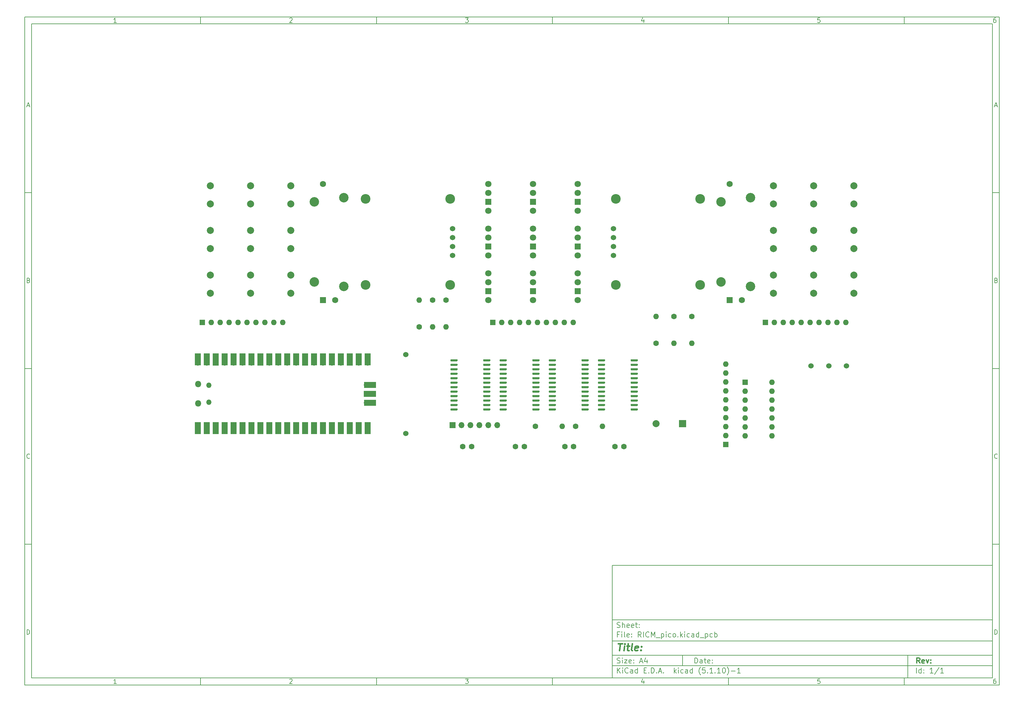
<source format=gts>
%TF.GenerationSoftware,KiCad,Pcbnew,(5.1.10)-1*%
%TF.CreationDate,2021-07-11T23:03:33-04:00*%
%TF.ProjectId,RICM_pico,5249434d-5f70-4696-936f-2e6b69636164,rev?*%
%TF.SameCoordinates,Original*%
%TF.FileFunction,Soldermask,Top*%
%TF.FilePolarity,Negative*%
%FSLAX46Y46*%
G04 Gerber Fmt 4.6, Leading zero omitted, Abs format (unit mm)*
G04 Created by KiCad (PCBNEW (5.1.10)-1) date 2021-07-11 23:03:33*
%MOMM*%
%LPD*%
G01*
G04 APERTURE LIST*
%ADD10C,0.100000*%
%ADD11C,0.150000*%
%ADD12C,0.300000*%
%ADD13C,0.400000*%
%ADD14C,1.524000*%
%ADD15C,1.600000*%
%ADD16R,1.800000X1.800000*%
%ADD17C,1.800000*%
%ADD18O,1.600000X1.600000*%
%ADD19R,1.600000X1.600000*%
%ADD20R,2.000000X2.000000*%
%ADD21C,2.000000*%
%ADD22C,2.750000*%
%ADD23R,1.700000X1.700000*%
%ADD24O,1.700000X1.700000*%
%ADD25R,1.700000X3.500000*%
%ADD26O,1.800000X1.800000*%
%ADD27O,1.500000X1.500000*%
%ADD28R,3.500000X1.700000*%
%ADD29R,1.750000X1.750000*%
%ADD30C,1.750000*%
%ADD31C,2.700000*%
G04 APERTURE END LIST*
D10*
D11*
X177002200Y-166007200D02*
X177002200Y-198007200D01*
X285002200Y-198007200D01*
X285002200Y-166007200D01*
X177002200Y-166007200D01*
D10*
D11*
X10000000Y-10000000D02*
X10000000Y-200007200D01*
X287002200Y-200007200D01*
X287002200Y-10000000D01*
X10000000Y-10000000D01*
D10*
D11*
X12000000Y-12000000D02*
X12000000Y-198007200D01*
X285002200Y-198007200D01*
X285002200Y-12000000D01*
X12000000Y-12000000D01*
D10*
D11*
X60000000Y-12000000D02*
X60000000Y-10000000D01*
D10*
D11*
X110000000Y-12000000D02*
X110000000Y-10000000D01*
D10*
D11*
X160000000Y-12000000D02*
X160000000Y-10000000D01*
D10*
D11*
X210000000Y-12000000D02*
X210000000Y-10000000D01*
D10*
D11*
X260000000Y-12000000D02*
X260000000Y-10000000D01*
D10*
D11*
X36065476Y-11588095D02*
X35322619Y-11588095D01*
X35694047Y-11588095D02*
X35694047Y-10288095D01*
X35570238Y-10473809D01*
X35446428Y-10597619D01*
X35322619Y-10659523D01*
D10*
D11*
X85322619Y-10411904D02*
X85384523Y-10350000D01*
X85508333Y-10288095D01*
X85817857Y-10288095D01*
X85941666Y-10350000D01*
X86003571Y-10411904D01*
X86065476Y-10535714D01*
X86065476Y-10659523D01*
X86003571Y-10845238D01*
X85260714Y-11588095D01*
X86065476Y-11588095D01*
D10*
D11*
X135260714Y-10288095D02*
X136065476Y-10288095D01*
X135632142Y-10783333D01*
X135817857Y-10783333D01*
X135941666Y-10845238D01*
X136003571Y-10907142D01*
X136065476Y-11030952D01*
X136065476Y-11340476D01*
X136003571Y-11464285D01*
X135941666Y-11526190D01*
X135817857Y-11588095D01*
X135446428Y-11588095D01*
X135322619Y-11526190D01*
X135260714Y-11464285D01*
D10*
D11*
X185941666Y-10721428D02*
X185941666Y-11588095D01*
X185632142Y-10226190D02*
X185322619Y-11154761D01*
X186127380Y-11154761D01*
D10*
D11*
X236003571Y-10288095D02*
X235384523Y-10288095D01*
X235322619Y-10907142D01*
X235384523Y-10845238D01*
X235508333Y-10783333D01*
X235817857Y-10783333D01*
X235941666Y-10845238D01*
X236003571Y-10907142D01*
X236065476Y-11030952D01*
X236065476Y-11340476D01*
X236003571Y-11464285D01*
X235941666Y-11526190D01*
X235817857Y-11588095D01*
X235508333Y-11588095D01*
X235384523Y-11526190D01*
X235322619Y-11464285D01*
D10*
D11*
X285941666Y-10288095D02*
X285694047Y-10288095D01*
X285570238Y-10350000D01*
X285508333Y-10411904D01*
X285384523Y-10597619D01*
X285322619Y-10845238D01*
X285322619Y-11340476D01*
X285384523Y-11464285D01*
X285446428Y-11526190D01*
X285570238Y-11588095D01*
X285817857Y-11588095D01*
X285941666Y-11526190D01*
X286003571Y-11464285D01*
X286065476Y-11340476D01*
X286065476Y-11030952D01*
X286003571Y-10907142D01*
X285941666Y-10845238D01*
X285817857Y-10783333D01*
X285570238Y-10783333D01*
X285446428Y-10845238D01*
X285384523Y-10907142D01*
X285322619Y-11030952D01*
D10*
D11*
X60000000Y-198007200D02*
X60000000Y-200007200D01*
D10*
D11*
X110000000Y-198007200D02*
X110000000Y-200007200D01*
D10*
D11*
X160000000Y-198007200D02*
X160000000Y-200007200D01*
D10*
D11*
X210000000Y-198007200D02*
X210000000Y-200007200D01*
D10*
D11*
X260000000Y-198007200D02*
X260000000Y-200007200D01*
D10*
D11*
X36065476Y-199595295D02*
X35322619Y-199595295D01*
X35694047Y-199595295D02*
X35694047Y-198295295D01*
X35570238Y-198481009D01*
X35446428Y-198604819D01*
X35322619Y-198666723D01*
D10*
D11*
X85322619Y-198419104D02*
X85384523Y-198357200D01*
X85508333Y-198295295D01*
X85817857Y-198295295D01*
X85941666Y-198357200D01*
X86003571Y-198419104D01*
X86065476Y-198542914D01*
X86065476Y-198666723D01*
X86003571Y-198852438D01*
X85260714Y-199595295D01*
X86065476Y-199595295D01*
D10*
D11*
X135260714Y-198295295D02*
X136065476Y-198295295D01*
X135632142Y-198790533D01*
X135817857Y-198790533D01*
X135941666Y-198852438D01*
X136003571Y-198914342D01*
X136065476Y-199038152D01*
X136065476Y-199347676D01*
X136003571Y-199471485D01*
X135941666Y-199533390D01*
X135817857Y-199595295D01*
X135446428Y-199595295D01*
X135322619Y-199533390D01*
X135260714Y-199471485D01*
D10*
D11*
X185941666Y-198728628D02*
X185941666Y-199595295D01*
X185632142Y-198233390D02*
X185322619Y-199161961D01*
X186127380Y-199161961D01*
D10*
D11*
X236003571Y-198295295D02*
X235384523Y-198295295D01*
X235322619Y-198914342D01*
X235384523Y-198852438D01*
X235508333Y-198790533D01*
X235817857Y-198790533D01*
X235941666Y-198852438D01*
X236003571Y-198914342D01*
X236065476Y-199038152D01*
X236065476Y-199347676D01*
X236003571Y-199471485D01*
X235941666Y-199533390D01*
X235817857Y-199595295D01*
X235508333Y-199595295D01*
X235384523Y-199533390D01*
X235322619Y-199471485D01*
D10*
D11*
X285941666Y-198295295D02*
X285694047Y-198295295D01*
X285570238Y-198357200D01*
X285508333Y-198419104D01*
X285384523Y-198604819D01*
X285322619Y-198852438D01*
X285322619Y-199347676D01*
X285384523Y-199471485D01*
X285446428Y-199533390D01*
X285570238Y-199595295D01*
X285817857Y-199595295D01*
X285941666Y-199533390D01*
X286003571Y-199471485D01*
X286065476Y-199347676D01*
X286065476Y-199038152D01*
X286003571Y-198914342D01*
X285941666Y-198852438D01*
X285817857Y-198790533D01*
X285570238Y-198790533D01*
X285446428Y-198852438D01*
X285384523Y-198914342D01*
X285322619Y-199038152D01*
D10*
D11*
X10000000Y-60000000D02*
X12000000Y-60000000D01*
D10*
D11*
X10000000Y-110000000D02*
X12000000Y-110000000D01*
D10*
D11*
X10000000Y-160000000D02*
X12000000Y-160000000D01*
D10*
D11*
X10690476Y-35216666D02*
X11309523Y-35216666D01*
X10566666Y-35588095D02*
X11000000Y-34288095D01*
X11433333Y-35588095D01*
D10*
D11*
X11092857Y-84907142D02*
X11278571Y-84969047D01*
X11340476Y-85030952D01*
X11402380Y-85154761D01*
X11402380Y-85340476D01*
X11340476Y-85464285D01*
X11278571Y-85526190D01*
X11154761Y-85588095D01*
X10659523Y-85588095D01*
X10659523Y-84288095D01*
X11092857Y-84288095D01*
X11216666Y-84350000D01*
X11278571Y-84411904D01*
X11340476Y-84535714D01*
X11340476Y-84659523D01*
X11278571Y-84783333D01*
X11216666Y-84845238D01*
X11092857Y-84907142D01*
X10659523Y-84907142D01*
D10*
D11*
X11402380Y-135464285D02*
X11340476Y-135526190D01*
X11154761Y-135588095D01*
X11030952Y-135588095D01*
X10845238Y-135526190D01*
X10721428Y-135402380D01*
X10659523Y-135278571D01*
X10597619Y-135030952D01*
X10597619Y-134845238D01*
X10659523Y-134597619D01*
X10721428Y-134473809D01*
X10845238Y-134350000D01*
X11030952Y-134288095D01*
X11154761Y-134288095D01*
X11340476Y-134350000D01*
X11402380Y-134411904D01*
D10*
D11*
X10659523Y-185588095D02*
X10659523Y-184288095D01*
X10969047Y-184288095D01*
X11154761Y-184350000D01*
X11278571Y-184473809D01*
X11340476Y-184597619D01*
X11402380Y-184845238D01*
X11402380Y-185030952D01*
X11340476Y-185278571D01*
X11278571Y-185402380D01*
X11154761Y-185526190D01*
X10969047Y-185588095D01*
X10659523Y-185588095D01*
D10*
D11*
X287002200Y-60000000D02*
X285002200Y-60000000D01*
D10*
D11*
X287002200Y-110000000D02*
X285002200Y-110000000D01*
D10*
D11*
X287002200Y-160000000D02*
X285002200Y-160000000D01*
D10*
D11*
X285692676Y-35216666D02*
X286311723Y-35216666D01*
X285568866Y-35588095D02*
X286002200Y-34288095D01*
X286435533Y-35588095D01*
D10*
D11*
X286095057Y-84907142D02*
X286280771Y-84969047D01*
X286342676Y-85030952D01*
X286404580Y-85154761D01*
X286404580Y-85340476D01*
X286342676Y-85464285D01*
X286280771Y-85526190D01*
X286156961Y-85588095D01*
X285661723Y-85588095D01*
X285661723Y-84288095D01*
X286095057Y-84288095D01*
X286218866Y-84350000D01*
X286280771Y-84411904D01*
X286342676Y-84535714D01*
X286342676Y-84659523D01*
X286280771Y-84783333D01*
X286218866Y-84845238D01*
X286095057Y-84907142D01*
X285661723Y-84907142D01*
D10*
D11*
X286404580Y-135464285D02*
X286342676Y-135526190D01*
X286156961Y-135588095D01*
X286033152Y-135588095D01*
X285847438Y-135526190D01*
X285723628Y-135402380D01*
X285661723Y-135278571D01*
X285599819Y-135030952D01*
X285599819Y-134845238D01*
X285661723Y-134597619D01*
X285723628Y-134473809D01*
X285847438Y-134350000D01*
X286033152Y-134288095D01*
X286156961Y-134288095D01*
X286342676Y-134350000D01*
X286404580Y-134411904D01*
D10*
D11*
X285661723Y-185588095D02*
X285661723Y-184288095D01*
X285971247Y-184288095D01*
X286156961Y-184350000D01*
X286280771Y-184473809D01*
X286342676Y-184597619D01*
X286404580Y-184845238D01*
X286404580Y-185030952D01*
X286342676Y-185278571D01*
X286280771Y-185402380D01*
X286156961Y-185526190D01*
X285971247Y-185588095D01*
X285661723Y-185588095D01*
D10*
D11*
X200434342Y-193785771D02*
X200434342Y-192285771D01*
X200791485Y-192285771D01*
X201005771Y-192357200D01*
X201148628Y-192500057D01*
X201220057Y-192642914D01*
X201291485Y-192928628D01*
X201291485Y-193142914D01*
X201220057Y-193428628D01*
X201148628Y-193571485D01*
X201005771Y-193714342D01*
X200791485Y-193785771D01*
X200434342Y-193785771D01*
X202577200Y-193785771D02*
X202577200Y-193000057D01*
X202505771Y-192857200D01*
X202362914Y-192785771D01*
X202077200Y-192785771D01*
X201934342Y-192857200D01*
X202577200Y-193714342D02*
X202434342Y-193785771D01*
X202077200Y-193785771D01*
X201934342Y-193714342D01*
X201862914Y-193571485D01*
X201862914Y-193428628D01*
X201934342Y-193285771D01*
X202077200Y-193214342D01*
X202434342Y-193214342D01*
X202577200Y-193142914D01*
X203077200Y-192785771D02*
X203648628Y-192785771D01*
X203291485Y-192285771D02*
X203291485Y-193571485D01*
X203362914Y-193714342D01*
X203505771Y-193785771D01*
X203648628Y-193785771D01*
X204720057Y-193714342D02*
X204577200Y-193785771D01*
X204291485Y-193785771D01*
X204148628Y-193714342D01*
X204077200Y-193571485D01*
X204077200Y-193000057D01*
X204148628Y-192857200D01*
X204291485Y-192785771D01*
X204577200Y-192785771D01*
X204720057Y-192857200D01*
X204791485Y-193000057D01*
X204791485Y-193142914D01*
X204077200Y-193285771D01*
X205434342Y-193642914D02*
X205505771Y-193714342D01*
X205434342Y-193785771D01*
X205362914Y-193714342D01*
X205434342Y-193642914D01*
X205434342Y-193785771D01*
X205434342Y-192857200D02*
X205505771Y-192928628D01*
X205434342Y-193000057D01*
X205362914Y-192928628D01*
X205434342Y-192857200D01*
X205434342Y-193000057D01*
D10*
D11*
X177002200Y-194507200D02*
X285002200Y-194507200D01*
D10*
D11*
X178434342Y-196585771D02*
X178434342Y-195085771D01*
X179291485Y-196585771D02*
X178648628Y-195728628D01*
X179291485Y-195085771D02*
X178434342Y-195942914D01*
X179934342Y-196585771D02*
X179934342Y-195585771D01*
X179934342Y-195085771D02*
X179862914Y-195157200D01*
X179934342Y-195228628D01*
X180005771Y-195157200D01*
X179934342Y-195085771D01*
X179934342Y-195228628D01*
X181505771Y-196442914D02*
X181434342Y-196514342D01*
X181220057Y-196585771D01*
X181077200Y-196585771D01*
X180862914Y-196514342D01*
X180720057Y-196371485D01*
X180648628Y-196228628D01*
X180577200Y-195942914D01*
X180577200Y-195728628D01*
X180648628Y-195442914D01*
X180720057Y-195300057D01*
X180862914Y-195157200D01*
X181077200Y-195085771D01*
X181220057Y-195085771D01*
X181434342Y-195157200D01*
X181505771Y-195228628D01*
X182791485Y-196585771D02*
X182791485Y-195800057D01*
X182720057Y-195657200D01*
X182577200Y-195585771D01*
X182291485Y-195585771D01*
X182148628Y-195657200D01*
X182791485Y-196514342D02*
X182648628Y-196585771D01*
X182291485Y-196585771D01*
X182148628Y-196514342D01*
X182077200Y-196371485D01*
X182077200Y-196228628D01*
X182148628Y-196085771D01*
X182291485Y-196014342D01*
X182648628Y-196014342D01*
X182791485Y-195942914D01*
X184148628Y-196585771D02*
X184148628Y-195085771D01*
X184148628Y-196514342D02*
X184005771Y-196585771D01*
X183720057Y-196585771D01*
X183577200Y-196514342D01*
X183505771Y-196442914D01*
X183434342Y-196300057D01*
X183434342Y-195871485D01*
X183505771Y-195728628D01*
X183577200Y-195657200D01*
X183720057Y-195585771D01*
X184005771Y-195585771D01*
X184148628Y-195657200D01*
X186005771Y-195800057D02*
X186505771Y-195800057D01*
X186720057Y-196585771D02*
X186005771Y-196585771D01*
X186005771Y-195085771D01*
X186720057Y-195085771D01*
X187362914Y-196442914D02*
X187434342Y-196514342D01*
X187362914Y-196585771D01*
X187291485Y-196514342D01*
X187362914Y-196442914D01*
X187362914Y-196585771D01*
X188077200Y-196585771D02*
X188077200Y-195085771D01*
X188434342Y-195085771D01*
X188648628Y-195157200D01*
X188791485Y-195300057D01*
X188862914Y-195442914D01*
X188934342Y-195728628D01*
X188934342Y-195942914D01*
X188862914Y-196228628D01*
X188791485Y-196371485D01*
X188648628Y-196514342D01*
X188434342Y-196585771D01*
X188077200Y-196585771D01*
X189577200Y-196442914D02*
X189648628Y-196514342D01*
X189577200Y-196585771D01*
X189505771Y-196514342D01*
X189577200Y-196442914D01*
X189577200Y-196585771D01*
X190220057Y-196157200D02*
X190934342Y-196157200D01*
X190077200Y-196585771D02*
X190577200Y-195085771D01*
X191077200Y-196585771D01*
X191577200Y-196442914D02*
X191648628Y-196514342D01*
X191577200Y-196585771D01*
X191505771Y-196514342D01*
X191577200Y-196442914D01*
X191577200Y-196585771D01*
X194577200Y-196585771D02*
X194577200Y-195085771D01*
X194720057Y-196014342D02*
X195148628Y-196585771D01*
X195148628Y-195585771D02*
X194577200Y-196157200D01*
X195791485Y-196585771D02*
X195791485Y-195585771D01*
X195791485Y-195085771D02*
X195720057Y-195157200D01*
X195791485Y-195228628D01*
X195862914Y-195157200D01*
X195791485Y-195085771D01*
X195791485Y-195228628D01*
X197148628Y-196514342D02*
X197005771Y-196585771D01*
X196720057Y-196585771D01*
X196577200Y-196514342D01*
X196505771Y-196442914D01*
X196434342Y-196300057D01*
X196434342Y-195871485D01*
X196505771Y-195728628D01*
X196577200Y-195657200D01*
X196720057Y-195585771D01*
X197005771Y-195585771D01*
X197148628Y-195657200D01*
X198434342Y-196585771D02*
X198434342Y-195800057D01*
X198362914Y-195657200D01*
X198220057Y-195585771D01*
X197934342Y-195585771D01*
X197791485Y-195657200D01*
X198434342Y-196514342D02*
X198291485Y-196585771D01*
X197934342Y-196585771D01*
X197791485Y-196514342D01*
X197720057Y-196371485D01*
X197720057Y-196228628D01*
X197791485Y-196085771D01*
X197934342Y-196014342D01*
X198291485Y-196014342D01*
X198434342Y-195942914D01*
X199791485Y-196585771D02*
X199791485Y-195085771D01*
X199791485Y-196514342D02*
X199648628Y-196585771D01*
X199362914Y-196585771D01*
X199220057Y-196514342D01*
X199148628Y-196442914D01*
X199077200Y-196300057D01*
X199077200Y-195871485D01*
X199148628Y-195728628D01*
X199220057Y-195657200D01*
X199362914Y-195585771D01*
X199648628Y-195585771D01*
X199791485Y-195657200D01*
X202077200Y-197157200D02*
X202005771Y-197085771D01*
X201862914Y-196871485D01*
X201791485Y-196728628D01*
X201720057Y-196514342D01*
X201648628Y-196157200D01*
X201648628Y-195871485D01*
X201720057Y-195514342D01*
X201791485Y-195300057D01*
X201862914Y-195157200D01*
X202005771Y-194942914D01*
X202077200Y-194871485D01*
X203362914Y-195085771D02*
X202648628Y-195085771D01*
X202577200Y-195800057D01*
X202648628Y-195728628D01*
X202791485Y-195657200D01*
X203148628Y-195657200D01*
X203291485Y-195728628D01*
X203362914Y-195800057D01*
X203434342Y-195942914D01*
X203434342Y-196300057D01*
X203362914Y-196442914D01*
X203291485Y-196514342D01*
X203148628Y-196585771D01*
X202791485Y-196585771D01*
X202648628Y-196514342D01*
X202577200Y-196442914D01*
X204077200Y-196442914D02*
X204148628Y-196514342D01*
X204077200Y-196585771D01*
X204005771Y-196514342D01*
X204077200Y-196442914D01*
X204077200Y-196585771D01*
X205577200Y-196585771D02*
X204720057Y-196585771D01*
X205148628Y-196585771D02*
X205148628Y-195085771D01*
X205005771Y-195300057D01*
X204862914Y-195442914D01*
X204720057Y-195514342D01*
X206220057Y-196442914D02*
X206291485Y-196514342D01*
X206220057Y-196585771D01*
X206148628Y-196514342D01*
X206220057Y-196442914D01*
X206220057Y-196585771D01*
X207720057Y-196585771D02*
X206862914Y-196585771D01*
X207291485Y-196585771D02*
X207291485Y-195085771D01*
X207148628Y-195300057D01*
X207005771Y-195442914D01*
X206862914Y-195514342D01*
X208648628Y-195085771D02*
X208791485Y-195085771D01*
X208934342Y-195157200D01*
X209005771Y-195228628D01*
X209077200Y-195371485D01*
X209148628Y-195657200D01*
X209148628Y-196014342D01*
X209077200Y-196300057D01*
X209005771Y-196442914D01*
X208934342Y-196514342D01*
X208791485Y-196585771D01*
X208648628Y-196585771D01*
X208505771Y-196514342D01*
X208434342Y-196442914D01*
X208362914Y-196300057D01*
X208291485Y-196014342D01*
X208291485Y-195657200D01*
X208362914Y-195371485D01*
X208434342Y-195228628D01*
X208505771Y-195157200D01*
X208648628Y-195085771D01*
X209648628Y-197157200D02*
X209720057Y-197085771D01*
X209862914Y-196871485D01*
X209934342Y-196728628D01*
X210005771Y-196514342D01*
X210077200Y-196157200D01*
X210077200Y-195871485D01*
X210005771Y-195514342D01*
X209934342Y-195300057D01*
X209862914Y-195157200D01*
X209720057Y-194942914D01*
X209648628Y-194871485D01*
X210791485Y-196014342D02*
X211934342Y-196014342D01*
X213434342Y-196585771D02*
X212577200Y-196585771D01*
X213005771Y-196585771D02*
X213005771Y-195085771D01*
X212862914Y-195300057D01*
X212720057Y-195442914D01*
X212577200Y-195514342D01*
D10*
D11*
X177002200Y-191507200D02*
X285002200Y-191507200D01*
D10*
D12*
X264411485Y-193785771D02*
X263911485Y-193071485D01*
X263554342Y-193785771D02*
X263554342Y-192285771D01*
X264125771Y-192285771D01*
X264268628Y-192357200D01*
X264340057Y-192428628D01*
X264411485Y-192571485D01*
X264411485Y-192785771D01*
X264340057Y-192928628D01*
X264268628Y-193000057D01*
X264125771Y-193071485D01*
X263554342Y-193071485D01*
X265625771Y-193714342D02*
X265482914Y-193785771D01*
X265197200Y-193785771D01*
X265054342Y-193714342D01*
X264982914Y-193571485D01*
X264982914Y-193000057D01*
X265054342Y-192857200D01*
X265197200Y-192785771D01*
X265482914Y-192785771D01*
X265625771Y-192857200D01*
X265697200Y-193000057D01*
X265697200Y-193142914D01*
X264982914Y-193285771D01*
X266197200Y-192785771D02*
X266554342Y-193785771D01*
X266911485Y-192785771D01*
X267482914Y-193642914D02*
X267554342Y-193714342D01*
X267482914Y-193785771D01*
X267411485Y-193714342D01*
X267482914Y-193642914D01*
X267482914Y-193785771D01*
X267482914Y-192857200D02*
X267554342Y-192928628D01*
X267482914Y-193000057D01*
X267411485Y-192928628D01*
X267482914Y-192857200D01*
X267482914Y-193000057D01*
D10*
D11*
X178362914Y-193714342D02*
X178577200Y-193785771D01*
X178934342Y-193785771D01*
X179077200Y-193714342D01*
X179148628Y-193642914D01*
X179220057Y-193500057D01*
X179220057Y-193357200D01*
X179148628Y-193214342D01*
X179077200Y-193142914D01*
X178934342Y-193071485D01*
X178648628Y-193000057D01*
X178505771Y-192928628D01*
X178434342Y-192857200D01*
X178362914Y-192714342D01*
X178362914Y-192571485D01*
X178434342Y-192428628D01*
X178505771Y-192357200D01*
X178648628Y-192285771D01*
X179005771Y-192285771D01*
X179220057Y-192357200D01*
X179862914Y-193785771D02*
X179862914Y-192785771D01*
X179862914Y-192285771D02*
X179791485Y-192357200D01*
X179862914Y-192428628D01*
X179934342Y-192357200D01*
X179862914Y-192285771D01*
X179862914Y-192428628D01*
X180434342Y-192785771D02*
X181220057Y-192785771D01*
X180434342Y-193785771D01*
X181220057Y-193785771D01*
X182362914Y-193714342D02*
X182220057Y-193785771D01*
X181934342Y-193785771D01*
X181791485Y-193714342D01*
X181720057Y-193571485D01*
X181720057Y-193000057D01*
X181791485Y-192857200D01*
X181934342Y-192785771D01*
X182220057Y-192785771D01*
X182362914Y-192857200D01*
X182434342Y-193000057D01*
X182434342Y-193142914D01*
X181720057Y-193285771D01*
X183077200Y-193642914D02*
X183148628Y-193714342D01*
X183077200Y-193785771D01*
X183005771Y-193714342D01*
X183077200Y-193642914D01*
X183077200Y-193785771D01*
X183077200Y-192857200D02*
X183148628Y-192928628D01*
X183077200Y-193000057D01*
X183005771Y-192928628D01*
X183077200Y-192857200D01*
X183077200Y-193000057D01*
X184862914Y-193357200D02*
X185577200Y-193357200D01*
X184720057Y-193785771D02*
X185220057Y-192285771D01*
X185720057Y-193785771D01*
X186862914Y-192785771D02*
X186862914Y-193785771D01*
X186505771Y-192214342D02*
X186148628Y-193285771D01*
X187077200Y-193285771D01*
D10*
D11*
X263434342Y-196585771D02*
X263434342Y-195085771D01*
X264791485Y-196585771D02*
X264791485Y-195085771D01*
X264791485Y-196514342D02*
X264648628Y-196585771D01*
X264362914Y-196585771D01*
X264220057Y-196514342D01*
X264148628Y-196442914D01*
X264077200Y-196300057D01*
X264077200Y-195871485D01*
X264148628Y-195728628D01*
X264220057Y-195657200D01*
X264362914Y-195585771D01*
X264648628Y-195585771D01*
X264791485Y-195657200D01*
X265505771Y-196442914D02*
X265577200Y-196514342D01*
X265505771Y-196585771D01*
X265434342Y-196514342D01*
X265505771Y-196442914D01*
X265505771Y-196585771D01*
X265505771Y-195657200D02*
X265577200Y-195728628D01*
X265505771Y-195800057D01*
X265434342Y-195728628D01*
X265505771Y-195657200D01*
X265505771Y-195800057D01*
X268148628Y-196585771D02*
X267291485Y-196585771D01*
X267720057Y-196585771D02*
X267720057Y-195085771D01*
X267577200Y-195300057D01*
X267434342Y-195442914D01*
X267291485Y-195514342D01*
X269862914Y-195014342D02*
X268577200Y-196942914D01*
X271148628Y-196585771D02*
X270291485Y-196585771D01*
X270720057Y-196585771D02*
X270720057Y-195085771D01*
X270577200Y-195300057D01*
X270434342Y-195442914D01*
X270291485Y-195514342D01*
D10*
D11*
X177002200Y-187507200D02*
X285002200Y-187507200D01*
D10*
D13*
X178714580Y-188211961D02*
X179857438Y-188211961D01*
X179036009Y-190211961D02*
X179286009Y-188211961D01*
X180274104Y-190211961D02*
X180440771Y-188878628D01*
X180524104Y-188211961D02*
X180416961Y-188307200D01*
X180500295Y-188402438D01*
X180607438Y-188307200D01*
X180524104Y-188211961D01*
X180500295Y-188402438D01*
X181107438Y-188878628D02*
X181869342Y-188878628D01*
X181476485Y-188211961D02*
X181262200Y-189926247D01*
X181333628Y-190116723D01*
X181512200Y-190211961D01*
X181702676Y-190211961D01*
X182655057Y-190211961D02*
X182476485Y-190116723D01*
X182405057Y-189926247D01*
X182619342Y-188211961D01*
X184190771Y-190116723D02*
X183988390Y-190211961D01*
X183607438Y-190211961D01*
X183428866Y-190116723D01*
X183357438Y-189926247D01*
X183452676Y-189164342D01*
X183571723Y-188973866D01*
X183774104Y-188878628D01*
X184155057Y-188878628D01*
X184333628Y-188973866D01*
X184405057Y-189164342D01*
X184381247Y-189354819D01*
X183405057Y-189545295D01*
X185155057Y-190021485D02*
X185238390Y-190116723D01*
X185131247Y-190211961D01*
X185047914Y-190116723D01*
X185155057Y-190021485D01*
X185131247Y-190211961D01*
X185286009Y-188973866D02*
X185369342Y-189069104D01*
X185262200Y-189164342D01*
X185178866Y-189069104D01*
X185286009Y-188973866D01*
X185262200Y-189164342D01*
D10*
D11*
X178934342Y-185600057D02*
X178434342Y-185600057D01*
X178434342Y-186385771D02*
X178434342Y-184885771D01*
X179148628Y-184885771D01*
X179720057Y-186385771D02*
X179720057Y-185385771D01*
X179720057Y-184885771D02*
X179648628Y-184957200D01*
X179720057Y-185028628D01*
X179791485Y-184957200D01*
X179720057Y-184885771D01*
X179720057Y-185028628D01*
X180648628Y-186385771D02*
X180505771Y-186314342D01*
X180434342Y-186171485D01*
X180434342Y-184885771D01*
X181791485Y-186314342D02*
X181648628Y-186385771D01*
X181362914Y-186385771D01*
X181220057Y-186314342D01*
X181148628Y-186171485D01*
X181148628Y-185600057D01*
X181220057Y-185457200D01*
X181362914Y-185385771D01*
X181648628Y-185385771D01*
X181791485Y-185457200D01*
X181862914Y-185600057D01*
X181862914Y-185742914D01*
X181148628Y-185885771D01*
X182505771Y-186242914D02*
X182577200Y-186314342D01*
X182505771Y-186385771D01*
X182434342Y-186314342D01*
X182505771Y-186242914D01*
X182505771Y-186385771D01*
X182505771Y-185457200D02*
X182577200Y-185528628D01*
X182505771Y-185600057D01*
X182434342Y-185528628D01*
X182505771Y-185457200D01*
X182505771Y-185600057D01*
X185220057Y-186385771D02*
X184720057Y-185671485D01*
X184362914Y-186385771D02*
X184362914Y-184885771D01*
X184934342Y-184885771D01*
X185077200Y-184957200D01*
X185148628Y-185028628D01*
X185220057Y-185171485D01*
X185220057Y-185385771D01*
X185148628Y-185528628D01*
X185077200Y-185600057D01*
X184934342Y-185671485D01*
X184362914Y-185671485D01*
X185862914Y-186385771D02*
X185862914Y-184885771D01*
X187434342Y-186242914D02*
X187362914Y-186314342D01*
X187148628Y-186385771D01*
X187005771Y-186385771D01*
X186791485Y-186314342D01*
X186648628Y-186171485D01*
X186577200Y-186028628D01*
X186505771Y-185742914D01*
X186505771Y-185528628D01*
X186577200Y-185242914D01*
X186648628Y-185100057D01*
X186791485Y-184957200D01*
X187005771Y-184885771D01*
X187148628Y-184885771D01*
X187362914Y-184957200D01*
X187434342Y-185028628D01*
X188077200Y-186385771D02*
X188077200Y-184885771D01*
X188577200Y-185957200D01*
X189077200Y-184885771D01*
X189077200Y-186385771D01*
X189434342Y-186528628D02*
X190577200Y-186528628D01*
X190934342Y-185385771D02*
X190934342Y-186885771D01*
X190934342Y-185457200D02*
X191077200Y-185385771D01*
X191362914Y-185385771D01*
X191505771Y-185457200D01*
X191577200Y-185528628D01*
X191648628Y-185671485D01*
X191648628Y-186100057D01*
X191577200Y-186242914D01*
X191505771Y-186314342D01*
X191362914Y-186385771D01*
X191077200Y-186385771D01*
X190934342Y-186314342D01*
X192291485Y-186385771D02*
X192291485Y-185385771D01*
X192291485Y-184885771D02*
X192220057Y-184957200D01*
X192291485Y-185028628D01*
X192362914Y-184957200D01*
X192291485Y-184885771D01*
X192291485Y-185028628D01*
X193648628Y-186314342D02*
X193505771Y-186385771D01*
X193220057Y-186385771D01*
X193077200Y-186314342D01*
X193005771Y-186242914D01*
X192934342Y-186100057D01*
X192934342Y-185671485D01*
X193005771Y-185528628D01*
X193077200Y-185457200D01*
X193220057Y-185385771D01*
X193505771Y-185385771D01*
X193648628Y-185457200D01*
X194505771Y-186385771D02*
X194362914Y-186314342D01*
X194291485Y-186242914D01*
X194220057Y-186100057D01*
X194220057Y-185671485D01*
X194291485Y-185528628D01*
X194362914Y-185457200D01*
X194505771Y-185385771D01*
X194720057Y-185385771D01*
X194862914Y-185457200D01*
X194934342Y-185528628D01*
X195005771Y-185671485D01*
X195005771Y-186100057D01*
X194934342Y-186242914D01*
X194862914Y-186314342D01*
X194720057Y-186385771D01*
X194505771Y-186385771D01*
X195648628Y-186242914D02*
X195720057Y-186314342D01*
X195648628Y-186385771D01*
X195577200Y-186314342D01*
X195648628Y-186242914D01*
X195648628Y-186385771D01*
X196362914Y-186385771D02*
X196362914Y-184885771D01*
X196505771Y-185814342D02*
X196934342Y-186385771D01*
X196934342Y-185385771D02*
X196362914Y-185957200D01*
X197577200Y-186385771D02*
X197577200Y-185385771D01*
X197577200Y-184885771D02*
X197505771Y-184957200D01*
X197577200Y-185028628D01*
X197648628Y-184957200D01*
X197577200Y-184885771D01*
X197577200Y-185028628D01*
X198934342Y-186314342D02*
X198791485Y-186385771D01*
X198505771Y-186385771D01*
X198362914Y-186314342D01*
X198291485Y-186242914D01*
X198220057Y-186100057D01*
X198220057Y-185671485D01*
X198291485Y-185528628D01*
X198362914Y-185457200D01*
X198505771Y-185385771D01*
X198791485Y-185385771D01*
X198934342Y-185457200D01*
X200220057Y-186385771D02*
X200220057Y-185600057D01*
X200148628Y-185457200D01*
X200005771Y-185385771D01*
X199720057Y-185385771D01*
X199577200Y-185457200D01*
X200220057Y-186314342D02*
X200077200Y-186385771D01*
X199720057Y-186385771D01*
X199577200Y-186314342D01*
X199505771Y-186171485D01*
X199505771Y-186028628D01*
X199577200Y-185885771D01*
X199720057Y-185814342D01*
X200077200Y-185814342D01*
X200220057Y-185742914D01*
X201577200Y-186385771D02*
X201577200Y-184885771D01*
X201577200Y-186314342D02*
X201434342Y-186385771D01*
X201148628Y-186385771D01*
X201005771Y-186314342D01*
X200934342Y-186242914D01*
X200862914Y-186100057D01*
X200862914Y-185671485D01*
X200934342Y-185528628D01*
X201005771Y-185457200D01*
X201148628Y-185385771D01*
X201434342Y-185385771D01*
X201577200Y-185457200D01*
X201934342Y-186528628D02*
X203077200Y-186528628D01*
X203434342Y-185385771D02*
X203434342Y-186885771D01*
X203434342Y-185457200D02*
X203577200Y-185385771D01*
X203862914Y-185385771D01*
X204005771Y-185457200D01*
X204077200Y-185528628D01*
X204148628Y-185671485D01*
X204148628Y-186100057D01*
X204077200Y-186242914D01*
X204005771Y-186314342D01*
X203862914Y-186385771D01*
X203577200Y-186385771D01*
X203434342Y-186314342D01*
X205434342Y-186314342D02*
X205291485Y-186385771D01*
X205005771Y-186385771D01*
X204862914Y-186314342D01*
X204791485Y-186242914D01*
X204720057Y-186100057D01*
X204720057Y-185671485D01*
X204791485Y-185528628D01*
X204862914Y-185457200D01*
X205005771Y-185385771D01*
X205291485Y-185385771D01*
X205434342Y-185457200D01*
X206077200Y-186385771D02*
X206077200Y-184885771D01*
X206077200Y-185457200D02*
X206220057Y-185385771D01*
X206505771Y-185385771D01*
X206648628Y-185457200D01*
X206720057Y-185528628D01*
X206791485Y-185671485D01*
X206791485Y-186100057D01*
X206720057Y-186242914D01*
X206648628Y-186314342D01*
X206505771Y-186385771D01*
X206220057Y-186385771D01*
X206077200Y-186314342D01*
D10*
D11*
X177002200Y-181507200D02*
X285002200Y-181507200D01*
D10*
D11*
X178362914Y-183614342D02*
X178577200Y-183685771D01*
X178934342Y-183685771D01*
X179077200Y-183614342D01*
X179148628Y-183542914D01*
X179220057Y-183400057D01*
X179220057Y-183257200D01*
X179148628Y-183114342D01*
X179077200Y-183042914D01*
X178934342Y-182971485D01*
X178648628Y-182900057D01*
X178505771Y-182828628D01*
X178434342Y-182757200D01*
X178362914Y-182614342D01*
X178362914Y-182471485D01*
X178434342Y-182328628D01*
X178505771Y-182257200D01*
X178648628Y-182185771D01*
X179005771Y-182185771D01*
X179220057Y-182257200D01*
X179862914Y-183685771D02*
X179862914Y-182185771D01*
X180505771Y-183685771D02*
X180505771Y-182900057D01*
X180434342Y-182757200D01*
X180291485Y-182685771D01*
X180077200Y-182685771D01*
X179934342Y-182757200D01*
X179862914Y-182828628D01*
X181791485Y-183614342D02*
X181648628Y-183685771D01*
X181362914Y-183685771D01*
X181220057Y-183614342D01*
X181148628Y-183471485D01*
X181148628Y-182900057D01*
X181220057Y-182757200D01*
X181362914Y-182685771D01*
X181648628Y-182685771D01*
X181791485Y-182757200D01*
X181862914Y-182900057D01*
X181862914Y-183042914D01*
X181148628Y-183185771D01*
X183077200Y-183614342D02*
X182934342Y-183685771D01*
X182648628Y-183685771D01*
X182505771Y-183614342D01*
X182434342Y-183471485D01*
X182434342Y-182900057D01*
X182505771Y-182757200D01*
X182648628Y-182685771D01*
X182934342Y-182685771D01*
X183077200Y-182757200D01*
X183148628Y-182900057D01*
X183148628Y-183042914D01*
X182434342Y-183185771D01*
X183577200Y-182685771D02*
X184148628Y-182685771D01*
X183791485Y-182185771D02*
X183791485Y-183471485D01*
X183862914Y-183614342D01*
X184005771Y-183685771D01*
X184148628Y-183685771D01*
X184648628Y-183542914D02*
X184720057Y-183614342D01*
X184648628Y-183685771D01*
X184577200Y-183614342D01*
X184648628Y-183542914D01*
X184648628Y-183685771D01*
X184648628Y-182757200D02*
X184720057Y-182828628D01*
X184648628Y-182900057D01*
X184577200Y-182828628D01*
X184648628Y-182757200D01*
X184648628Y-182900057D01*
D10*
D11*
X197002200Y-191507200D02*
X197002200Y-194507200D01*
D10*
D11*
X261002200Y-191507200D02*
X261002200Y-198007200D01*
D14*
%TO.C,RV3*%
X233496000Y-109228000D03*
X238496000Y-109228000D03*
X243496000Y-109228000D03*
%TD*%
%TO.C,F1*%
X118339000Y-106056000D03*
X118339000Y-128456000D03*
%TD*%
D15*
%TO.C,C5*%
X180246000Y-132228000D03*
X177746000Y-132228000D03*
%TD*%
%TO.C,C4*%
X165996000Y-132228000D03*
X163496000Y-132228000D03*
%TD*%
%TO.C,C3*%
X151996000Y-132228000D03*
X149496000Y-132228000D03*
%TD*%
%TO.C,C2*%
X134496000Y-132228000D03*
X136996000Y-132228000D03*
%TD*%
D16*
%TO.C,D3*%
X141746000Y-75268000D03*
D17*
X141746000Y-72728000D03*
X141746000Y-70188000D03*
X141746000Y-77808000D03*
%TD*%
D15*
%TO.C,R6*%
X199566000Y-95158000D03*
D18*
X199566000Y-102778000D03*
%TD*%
D15*
%TO.C,R8*%
X122096000Y-98168000D03*
D18*
X122096000Y-90548000D03*
%TD*%
D19*
%TO.C,RN4*%
X143016000Y-96858000D03*
D18*
X145556000Y-96858000D03*
X148096000Y-96858000D03*
X150636000Y-96858000D03*
X153176000Y-96858000D03*
X155716000Y-96858000D03*
X158256000Y-96858000D03*
X160796000Y-96858000D03*
X163336000Y-96858000D03*
X165876000Y-96858000D03*
%TD*%
%TO.C,U5*%
G36*
G01*
X170281000Y-121473000D02*
X170281000Y-121773000D01*
G75*
G02*
X170131000Y-121923000I-150000J0D01*
G01*
X168381000Y-121923000D01*
G75*
G02*
X168231000Y-121773000I0J150000D01*
G01*
X168231000Y-121473000D01*
G75*
G02*
X168381000Y-121323000I150000J0D01*
G01*
X170131000Y-121323000D01*
G75*
G02*
X170281000Y-121473000I0J-150000D01*
G01*
G37*
G36*
G01*
X170281000Y-120203000D02*
X170281000Y-120503000D01*
G75*
G02*
X170131000Y-120653000I-150000J0D01*
G01*
X168381000Y-120653000D01*
G75*
G02*
X168231000Y-120503000I0J150000D01*
G01*
X168231000Y-120203000D01*
G75*
G02*
X168381000Y-120053000I150000J0D01*
G01*
X170131000Y-120053000D01*
G75*
G02*
X170281000Y-120203000I0J-150000D01*
G01*
G37*
G36*
G01*
X170281000Y-118933000D02*
X170281000Y-119233000D01*
G75*
G02*
X170131000Y-119383000I-150000J0D01*
G01*
X168381000Y-119383000D01*
G75*
G02*
X168231000Y-119233000I0J150000D01*
G01*
X168231000Y-118933000D01*
G75*
G02*
X168381000Y-118783000I150000J0D01*
G01*
X170131000Y-118783000D01*
G75*
G02*
X170281000Y-118933000I0J-150000D01*
G01*
G37*
G36*
G01*
X170281000Y-117663000D02*
X170281000Y-117963000D01*
G75*
G02*
X170131000Y-118113000I-150000J0D01*
G01*
X168381000Y-118113000D01*
G75*
G02*
X168231000Y-117963000I0J150000D01*
G01*
X168231000Y-117663000D01*
G75*
G02*
X168381000Y-117513000I150000J0D01*
G01*
X170131000Y-117513000D01*
G75*
G02*
X170281000Y-117663000I0J-150000D01*
G01*
G37*
G36*
G01*
X170281000Y-116393000D02*
X170281000Y-116693000D01*
G75*
G02*
X170131000Y-116843000I-150000J0D01*
G01*
X168381000Y-116843000D01*
G75*
G02*
X168231000Y-116693000I0J150000D01*
G01*
X168231000Y-116393000D01*
G75*
G02*
X168381000Y-116243000I150000J0D01*
G01*
X170131000Y-116243000D01*
G75*
G02*
X170281000Y-116393000I0J-150000D01*
G01*
G37*
G36*
G01*
X170281000Y-115123000D02*
X170281000Y-115423000D01*
G75*
G02*
X170131000Y-115573000I-150000J0D01*
G01*
X168381000Y-115573000D01*
G75*
G02*
X168231000Y-115423000I0J150000D01*
G01*
X168231000Y-115123000D01*
G75*
G02*
X168381000Y-114973000I150000J0D01*
G01*
X170131000Y-114973000D01*
G75*
G02*
X170281000Y-115123000I0J-150000D01*
G01*
G37*
G36*
G01*
X170281000Y-113853000D02*
X170281000Y-114153000D01*
G75*
G02*
X170131000Y-114303000I-150000J0D01*
G01*
X168381000Y-114303000D01*
G75*
G02*
X168231000Y-114153000I0J150000D01*
G01*
X168231000Y-113853000D01*
G75*
G02*
X168381000Y-113703000I150000J0D01*
G01*
X170131000Y-113703000D01*
G75*
G02*
X170281000Y-113853000I0J-150000D01*
G01*
G37*
G36*
G01*
X170281000Y-112583000D02*
X170281000Y-112883000D01*
G75*
G02*
X170131000Y-113033000I-150000J0D01*
G01*
X168381000Y-113033000D01*
G75*
G02*
X168231000Y-112883000I0J150000D01*
G01*
X168231000Y-112583000D01*
G75*
G02*
X168381000Y-112433000I150000J0D01*
G01*
X170131000Y-112433000D01*
G75*
G02*
X170281000Y-112583000I0J-150000D01*
G01*
G37*
G36*
G01*
X170281000Y-111313000D02*
X170281000Y-111613000D01*
G75*
G02*
X170131000Y-111763000I-150000J0D01*
G01*
X168381000Y-111763000D01*
G75*
G02*
X168231000Y-111613000I0J150000D01*
G01*
X168231000Y-111313000D01*
G75*
G02*
X168381000Y-111163000I150000J0D01*
G01*
X170131000Y-111163000D01*
G75*
G02*
X170281000Y-111313000I0J-150000D01*
G01*
G37*
G36*
G01*
X170281000Y-110043000D02*
X170281000Y-110343000D01*
G75*
G02*
X170131000Y-110493000I-150000J0D01*
G01*
X168381000Y-110493000D01*
G75*
G02*
X168231000Y-110343000I0J150000D01*
G01*
X168231000Y-110043000D01*
G75*
G02*
X168381000Y-109893000I150000J0D01*
G01*
X170131000Y-109893000D01*
G75*
G02*
X170281000Y-110043000I0J-150000D01*
G01*
G37*
G36*
G01*
X170281000Y-108773000D02*
X170281000Y-109073000D01*
G75*
G02*
X170131000Y-109223000I-150000J0D01*
G01*
X168381000Y-109223000D01*
G75*
G02*
X168231000Y-109073000I0J150000D01*
G01*
X168231000Y-108773000D01*
G75*
G02*
X168381000Y-108623000I150000J0D01*
G01*
X170131000Y-108623000D01*
G75*
G02*
X170281000Y-108773000I0J-150000D01*
G01*
G37*
G36*
G01*
X170281000Y-107503000D02*
X170281000Y-107803000D01*
G75*
G02*
X170131000Y-107953000I-150000J0D01*
G01*
X168381000Y-107953000D01*
G75*
G02*
X168231000Y-107803000I0J150000D01*
G01*
X168231000Y-107503000D01*
G75*
G02*
X168381000Y-107353000I150000J0D01*
G01*
X170131000Y-107353000D01*
G75*
G02*
X170281000Y-107503000I0J-150000D01*
G01*
G37*
G36*
G01*
X160981000Y-107503000D02*
X160981000Y-107803000D01*
G75*
G02*
X160831000Y-107953000I-150000J0D01*
G01*
X159081000Y-107953000D01*
G75*
G02*
X158931000Y-107803000I0J150000D01*
G01*
X158931000Y-107503000D01*
G75*
G02*
X159081000Y-107353000I150000J0D01*
G01*
X160831000Y-107353000D01*
G75*
G02*
X160981000Y-107503000I0J-150000D01*
G01*
G37*
G36*
G01*
X160981000Y-108773000D02*
X160981000Y-109073000D01*
G75*
G02*
X160831000Y-109223000I-150000J0D01*
G01*
X159081000Y-109223000D01*
G75*
G02*
X158931000Y-109073000I0J150000D01*
G01*
X158931000Y-108773000D01*
G75*
G02*
X159081000Y-108623000I150000J0D01*
G01*
X160831000Y-108623000D01*
G75*
G02*
X160981000Y-108773000I0J-150000D01*
G01*
G37*
G36*
G01*
X160981000Y-110043000D02*
X160981000Y-110343000D01*
G75*
G02*
X160831000Y-110493000I-150000J0D01*
G01*
X159081000Y-110493000D01*
G75*
G02*
X158931000Y-110343000I0J150000D01*
G01*
X158931000Y-110043000D01*
G75*
G02*
X159081000Y-109893000I150000J0D01*
G01*
X160831000Y-109893000D01*
G75*
G02*
X160981000Y-110043000I0J-150000D01*
G01*
G37*
G36*
G01*
X160981000Y-111313000D02*
X160981000Y-111613000D01*
G75*
G02*
X160831000Y-111763000I-150000J0D01*
G01*
X159081000Y-111763000D01*
G75*
G02*
X158931000Y-111613000I0J150000D01*
G01*
X158931000Y-111313000D01*
G75*
G02*
X159081000Y-111163000I150000J0D01*
G01*
X160831000Y-111163000D01*
G75*
G02*
X160981000Y-111313000I0J-150000D01*
G01*
G37*
G36*
G01*
X160981000Y-112583000D02*
X160981000Y-112883000D01*
G75*
G02*
X160831000Y-113033000I-150000J0D01*
G01*
X159081000Y-113033000D01*
G75*
G02*
X158931000Y-112883000I0J150000D01*
G01*
X158931000Y-112583000D01*
G75*
G02*
X159081000Y-112433000I150000J0D01*
G01*
X160831000Y-112433000D01*
G75*
G02*
X160981000Y-112583000I0J-150000D01*
G01*
G37*
G36*
G01*
X160981000Y-113853000D02*
X160981000Y-114153000D01*
G75*
G02*
X160831000Y-114303000I-150000J0D01*
G01*
X159081000Y-114303000D01*
G75*
G02*
X158931000Y-114153000I0J150000D01*
G01*
X158931000Y-113853000D01*
G75*
G02*
X159081000Y-113703000I150000J0D01*
G01*
X160831000Y-113703000D01*
G75*
G02*
X160981000Y-113853000I0J-150000D01*
G01*
G37*
G36*
G01*
X160981000Y-115123000D02*
X160981000Y-115423000D01*
G75*
G02*
X160831000Y-115573000I-150000J0D01*
G01*
X159081000Y-115573000D01*
G75*
G02*
X158931000Y-115423000I0J150000D01*
G01*
X158931000Y-115123000D01*
G75*
G02*
X159081000Y-114973000I150000J0D01*
G01*
X160831000Y-114973000D01*
G75*
G02*
X160981000Y-115123000I0J-150000D01*
G01*
G37*
G36*
G01*
X160981000Y-116393000D02*
X160981000Y-116693000D01*
G75*
G02*
X160831000Y-116843000I-150000J0D01*
G01*
X159081000Y-116843000D01*
G75*
G02*
X158931000Y-116693000I0J150000D01*
G01*
X158931000Y-116393000D01*
G75*
G02*
X159081000Y-116243000I150000J0D01*
G01*
X160831000Y-116243000D01*
G75*
G02*
X160981000Y-116393000I0J-150000D01*
G01*
G37*
G36*
G01*
X160981000Y-117663000D02*
X160981000Y-117963000D01*
G75*
G02*
X160831000Y-118113000I-150000J0D01*
G01*
X159081000Y-118113000D01*
G75*
G02*
X158931000Y-117963000I0J150000D01*
G01*
X158931000Y-117663000D01*
G75*
G02*
X159081000Y-117513000I150000J0D01*
G01*
X160831000Y-117513000D01*
G75*
G02*
X160981000Y-117663000I0J-150000D01*
G01*
G37*
G36*
G01*
X160981000Y-118933000D02*
X160981000Y-119233000D01*
G75*
G02*
X160831000Y-119383000I-150000J0D01*
G01*
X159081000Y-119383000D01*
G75*
G02*
X158931000Y-119233000I0J150000D01*
G01*
X158931000Y-118933000D01*
G75*
G02*
X159081000Y-118783000I150000J0D01*
G01*
X160831000Y-118783000D01*
G75*
G02*
X160981000Y-118933000I0J-150000D01*
G01*
G37*
G36*
G01*
X160981000Y-120203000D02*
X160981000Y-120503000D01*
G75*
G02*
X160831000Y-120653000I-150000J0D01*
G01*
X159081000Y-120653000D01*
G75*
G02*
X158931000Y-120503000I0J150000D01*
G01*
X158931000Y-120203000D01*
G75*
G02*
X159081000Y-120053000I150000J0D01*
G01*
X160831000Y-120053000D01*
G75*
G02*
X160981000Y-120203000I0J-150000D01*
G01*
G37*
G36*
G01*
X160981000Y-121473000D02*
X160981000Y-121773000D01*
G75*
G02*
X160831000Y-121923000I-150000J0D01*
G01*
X159081000Y-121923000D01*
G75*
G02*
X158931000Y-121773000I0J150000D01*
G01*
X158931000Y-121473000D01*
G75*
G02*
X159081000Y-121323000I150000J0D01*
G01*
X160831000Y-121323000D01*
G75*
G02*
X160981000Y-121473000I0J-150000D01*
G01*
G37*
%TD*%
%TO.C,U4*%
G36*
G01*
X156311000Y-121473000D02*
X156311000Y-121773000D01*
G75*
G02*
X156161000Y-121923000I-150000J0D01*
G01*
X154411000Y-121923000D01*
G75*
G02*
X154261000Y-121773000I0J150000D01*
G01*
X154261000Y-121473000D01*
G75*
G02*
X154411000Y-121323000I150000J0D01*
G01*
X156161000Y-121323000D01*
G75*
G02*
X156311000Y-121473000I0J-150000D01*
G01*
G37*
G36*
G01*
X156311000Y-120203000D02*
X156311000Y-120503000D01*
G75*
G02*
X156161000Y-120653000I-150000J0D01*
G01*
X154411000Y-120653000D01*
G75*
G02*
X154261000Y-120503000I0J150000D01*
G01*
X154261000Y-120203000D01*
G75*
G02*
X154411000Y-120053000I150000J0D01*
G01*
X156161000Y-120053000D01*
G75*
G02*
X156311000Y-120203000I0J-150000D01*
G01*
G37*
G36*
G01*
X156311000Y-118933000D02*
X156311000Y-119233000D01*
G75*
G02*
X156161000Y-119383000I-150000J0D01*
G01*
X154411000Y-119383000D01*
G75*
G02*
X154261000Y-119233000I0J150000D01*
G01*
X154261000Y-118933000D01*
G75*
G02*
X154411000Y-118783000I150000J0D01*
G01*
X156161000Y-118783000D01*
G75*
G02*
X156311000Y-118933000I0J-150000D01*
G01*
G37*
G36*
G01*
X156311000Y-117663000D02*
X156311000Y-117963000D01*
G75*
G02*
X156161000Y-118113000I-150000J0D01*
G01*
X154411000Y-118113000D01*
G75*
G02*
X154261000Y-117963000I0J150000D01*
G01*
X154261000Y-117663000D01*
G75*
G02*
X154411000Y-117513000I150000J0D01*
G01*
X156161000Y-117513000D01*
G75*
G02*
X156311000Y-117663000I0J-150000D01*
G01*
G37*
G36*
G01*
X156311000Y-116393000D02*
X156311000Y-116693000D01*
G75*
G02*
X156161000Y-116843000I-150000J0D01*
G01*
X154411000Y-116843000D01*
G75*
G02*
X154261000Y-116693000I0J150000D01*
G01*
X154261000Y-116393000D01*
G75*
G02*
X154411000Y-116243000I150000J0D01*
G01*
X156161000Y-116243000D01*
G75*
G02*
X156311000Y-116393000I0J-150000D01*
G01*
G37*
G36*
G01*
X156311000Y-115123000D02*
X156311000Y-115423000D01*
G75*
G02*
X156161000Y-115573000I-150000J0D01*
G01*
X154411000Y-115573000D01*
G75*
G02*
X154261000Y-115423000I0J150000D01*
G01*
X154261000Y-115123000D01*
G75*
G02*
X154411000Y-114973000I150000J0D01*
G01*
X156161000Y-114973000D01*
G75*
G02*
X156311000Y-115123000I0J-150000D01*
G01*
G37*
G36*
G01*
X156311000Y-113853000D02*
X156311000Y-114153000D01*
G75*
G02*
X156161000Y-114303000I-150000J0D01*
G01*
X154411000Y-114303000D01*
G75*
G02*
X154261000Y-114153000I0J150000D01*
G01*
X154261000Y-113853000D01*
G75*
G02*
X154411000Y-113703000I150000J0D01*
G01*
X156161000Y-113703000D01*
G75*
G02*
X156311000Y-113853000I0J-150000D01*
G01*
G37*
G36*
G01*
X156311000Y-112583000D02*
X156311000Y-112883000D01*
G75*
G02*
X156161000Y-113033000I-150000J0D01*
G01*
X154411000Y-113033000D01*
G75*
G02*
X154261000Y-112883000I0J150000D01*
G01*
X154261000Y-112583000D01*
G75*
G02*
X154411000Y-112433000I150000J0D01*
G01*
X156161000Y-112433000D01*
G75*
G02*
X156311000Y-112583000I0J-150000D01*
G01*
G37*
G36*
G01*
X156311000Y-111313000D02*
X156311000Y-111613000D01*
G75*
G02*
X156161000Y-111763000I-150000J0D01*
G01*
X154411000Y-111763000D01*
G75*
G02*
X154261000Y-111613000I0J150000D01*
G01*
X154261000Y-111313000D01*
G75*
G02*
X154411000Y-111163000I150000J0D01*
G01*
X156161000Y-111163000D01*
G75*
G02*
X156311000Y-111313000I0J-150000D01*
G01*
G37*
G36*
G01*
X156311000Y-110043000D02*
X156311000Y-110343000D01*
G75*
G02*
X156161000Y-110493000I-150000J0D01*
G01*
X154411000Y-110493000D01*
G75*
G02*
X154261000Y-110343000I0J150000D01*
G01*
X154261000Y-110043000D01*
G75*
G02*
X154411000Y-109893000I150000J0D01*
G01*
X156161000Y-109893000D01*
G75*
G02*
X156311000Y-110043000I0J-150000D01*
G01*
G37*
G36*
G01*
X156311000Y-108773000D02*
X156311000Y-109073000D01*
G75*
G02*
X156161000Y-109223000I-150000J0D01*
G01*
X154411000Y-109223000D01*
G75*
G02*
X154261000Y-109073000I0J150000D01*
G01*
X154261000Y-108773000D01*
G75*
G02*
X154411000Y-108623000I150000J0D01*
G01*
X156161000Y-108623000D01*
G75*
G02*
X156311000Y-108773000I0J-150000D01*
G01*
G37*
G36*
G01*
X156311000Y-107503000D02*
X156311000Y-107803000D01*
G75*
G02*
X156161000Y-107953000I-150000J0D01*
G01*
X154411000Y-107953000D01*
G75*
G02*
X154261000Y-107803000I0J150000D01*
G01*
X154261000Y-107503000D01*
G75*
G02*
X154411000Y-107353000I150000J0D01*
G01*
X156161000Y-107353000D01*
G75*
G02*
X156311000Y-107503000I0J-150000D01*
G01*
G37*
G36*
G01*
X147011000Y-107503000D02*
X147011000Y-107803000D01*
G75*
G02*
X146861000Y-107953000I-150000J0D01*
G01*
X145111000Y-107953000D01*
G75*
G02*
X144961000Y-107803000I0J150000D01*
G01*
X144961000Y-107503000D01*
G75*
G02*
X145111000Y-107353000I150000J0D01*
G01*
X146861000Y-107353000D01*
G75*
G02*
X147011000Y-107503000I0J-150000D01*
G01*
G37*
G36*
G01*
X147011000Y-108773000D02*
X147011000Y-109073000D01*
G75*
G02*
X146861000Y-109223000I-150000J0D01*
G01*
X145111000Y-109223000D01*
G75*
G02*
X144961000Y-109073000I0J150000D01*
G01*
X144961000Y-108773000D01*
G75*
G02*
X145111000Y-108623000I150000J0D01*
G01*
X146861000Y-108623000D01*
G75*
G02*
X147011000Y-108773000I0J-150000D01*
G01*
G37*
G36*
G01*
X147011000Y-110043000D02*
X147011000Y-110343000D01*
G75*
G02*
X146861000Y-110493000I-150000J0D01*
G01*
X145111000Y-110493000D01*
G75*
G02*
X144961000Y-110343000I0J150000D01*
G01*
X144961000Y-110043000D01*
G75*
G02*
X145111000Y-109893000I150000J0D01*
G01*
X146861000Y-109893000D01*
G75*
G02*
X147011000Y-110043000I0J-150000D01*
G01*
G37*
G36*
G01*
X147011000Y-111313000D02*
X147011000Y-111613000D01*
G75*
G02*
X146861000Y-111763000I-150000J0D01*
G01*
X145111000Y-111763000D01*
G75*
G02*
X144961000Y-111613000I0J150000D01*
G01*
X144961000Y-111313000D01*
G75*
G02*
X145111000Y-111163000I150000J0D01*
G01*
X146861000Y-111163000D01*
G75*
G02*
X147011000Y-111313000I0J-150000D01*
G01*
G37*
G36*
G01*
X147011000Y-112583000D02*
X147011000Y-112883000D01*
G75*
G02*
X146861000Y-113033000I-150000J0D01*
G01*
X145111000Y-113033000D01*
G75*
G02*
X144961000Y-112883000I0J150000D01*
G01*
X144961000Y-112583000D01*
G75*
G02*
X145111000Y-112433000I150000J0D01*
G01*
X146861000Y-112433000D01*
G75*
G02*
X147011000Y-112583000I0J-150000D01*
G01*
G37*
G36*
G01*
X147011000Y-113853000D02*
X147011000Y-114153000D01*
G75*
G02*
X146861000Y-114303000I-150000J0D01*
G01*
X145111000Y-114303000D01*
G75*
G02*
X144961000Y-114153000I0J150000D01*
G01*
X144961000Y-113853000D01*
G75*
G02*
X145111000Y-113703000I150000J0D01*
G01*
X146861000Y-113703000D01*
G75*
G02*
X147011000Y-113853000I0J-150000D01*
G01*
G37*
G36*
G01*
X147011000Y-115123000D02*
X147011000Y-115423000D01*
G75*
G02*
X146861000Y-115573000I-150000J0D01*
G01*
X145111000Y-115573000D01*
G75*
G02*
X144961000Y-115423000I0J150000D01*
G01*
X144961000Y-115123000D01*
G75*
G02*
X145111000Y-114973000I150000J0D01*
G01*
X146861000Y-114973000D01*
G75*
G02*
X147011000Y-115123000I0J-150000D01*
G01*
G37*
G36*
G01*
X147011000Y-116393000D02*
X147011000Y-116693000D01*
G75*
G02*
X146861000Y-116843000I-150000J0D01*
G01*
X145111000Y-116843000D01*
G75*
G02*
X144961000Y-116693000I0J150000D01*
G01*
X144961000Y-116393000D01*
G75*
G02*
X145111000Y-116243000I150000J0D01*
G01*
X146861000Y-116243000D01*
G75*
G02*
X147011000Y-116393000I0J-150000D01*
G01*
G37*
G36*
G01*
X147011000Y-117663000D02*
X147011000Y-117963000D01*
G75*
G02*
X146861000Y-118113000I-150000J0D01*
G01*
X145111000Y-118113000D01*
G75*
G02*
X144961000Y-117963000I0J150000D01*
G01*
X144961000Y-117663000D01*
G75*
G02*
X145111000Y-117513000I150000J0D01*
G01*
X146861000Y-117513000D01*
G75*
G02*
X147011000Y-117663000I0J-150000D01*
G01*
G37*
G36*
G01*
X147011000Y-118933000D02*
X147011000Y-119233000D01*
G75*
G02*
X146861000Y-119383000I-150000J0D01*
G01*
X145111000Y-119383000D01*
G75*
G02*
X144961000Y-119233000I0J150000D01*
G01*
X144961000Y-118933000D01*
G75*
G02*
X145111000Y-118783000I150000J0D01*
G01*
X146861000Y-118783000D01*
G75*
G02*
X147011000Y-118933000I0J-150000D01*
G01*
G37*
G36*
G01*
X147011000Y-120203000D02*
X147011000Y-120503000D01*
G75*
G02*
X146861000Y-120653000I-150000J0D01*
G01*
X145111000Y-120653000D01*
G75*
G02*
X144961000Y-120503000I0J150000D01*
G01*
X144961000Y-120203000D01*
G75*
G02*
X145111000Y-120053000I150000J0D01*
G01*
X146861000Y-120053000D01*
G75*
G02*
X147011000Y-120203000I0J-150000D01*
G01*
G37*
G36*
G01*
X147011000Y-121473000D02*
X147011000Y-121773000D01*
G75*
G02*
X146861000Y-121923000I-150000J0D01*
G01*
X145111000Y-121923000D01*
G75*
G02*
X144961000Y-121773000I0J150000D01*
G01*
X144961000Y-121473000D01*
G75*
G02*
X145111000Y-121323000I150000J0D01*
G01*
X146861000Y-121323000D01*
G75*
G02*
X147011000Y-121473000I0J-150000D01*
G01*
G37*
%TD*%
D20*
%TO.C,LS1*%
X197006000Y-125638000D03*
D21*
X189406000Y-125638000D03*
%TD*%
D14*
%TO.C,DS2*%
X177306000Y-77808000D03*
X177306000Y-75268000D03*
X177306000Y-72728000D03*
X177306000Y-70188000D03*
D22*
X177976000Y-61748000D03*
X177976000Y-86248000D03*
X201976000Y-86248000D03*
X201976000Y-61748000D03*
%TD*%
D14*
%TO.C,DS1*%
X131586000Y-70188000D03*
X131586000Y-72728000D03*
X131586000Y-75268000D03*
X131586000Y-77808000D03*
D22*
X130916000Y-86248000D03*
X130916000Y-61748000D03*
X106916000Y-61748000D03*
X106916000Y-86248000D03*
%TD*%
D15*
%TO.C,R7*%
X189406000Y-102778000D03*
D18*
X189406000Y-95158000D03*
%TD*%
D15*
%TO.C,R5*%
X194486000Y-95158000D03*
D18*
X194486000Y-102778000D03*
%TD*%
D15*
%TO.C,R4*%
X125906000Y-90548000D03*
D18*
X125906000Y-98168000D03*
%TD*%
D15*
%TO.C,R3*%
X129716000Y-90548000D03*
D18*
X129716000Y-98168000D03*
%TD*%
D16*
%TO.C,D10*%
X167146000Y-62568000D03*
D17*
X167146000Y-60028000D03*
X167146000Y-57488000D03*
X167146000Y-65108000D03*
%TD*%
D16*
%TO.C,D9*%
X167146000Y-75268000D03*
D17*
X167146000Y-72728000D03*
X167146000Y-70188000D03*
X167146000Y-77808000D03*
%TD*%
D16*
%TO.C,D8*%
X167146000Y-87968000D03*
D17*
X167146000Y-85428000D03*
X167146000Y-82888000D03*
X167146000Y-90508000D03*
%TD*%
D16*
%TO.C,D7*%
X154446000Y-62568000D03*
D17*
X154446000Y-60028000D03*
X154446000Y-57488000D03*
X154446000Y-65108000D03*
%TD*%
D16*
%TO.C,D6*%
X154446000Y-75268000D03*
D17*
X154446000Y-72728000D03*
X154446000Y-70188000D03*
X154446000Y-77808000D03*
%TD*%
D16*
%TO.C,D5*%
X154446000Y-87968000D03*
D17*
X154446000Y-85428000D03*
X154446000Y-82888000D03*
X154446000Y-90508000D03*
%TD*%
D16*
%TO.C,D4*%
X141746000Y-62568000D03*
D17*
X141746000Y-60028000D03*
X141746000Y-57488000D03*
X141746000Y-65108000D03*
%TD*%
D16*
%TO.C,D2*%
X141746000Y-87968000D03*
D17*
X141746000Y-85428000D03*
X141746000Y-82888000D03*
X141746000Y-90508000D03*
%TD*%
D15*
%TO.C,R2*%
X166566000Y-126468000D03*
D18*
X174186000Y-126468000D03*
%TD*%
D23*
%TO.C,J2*%
X131586000Y-126068000D03*
D24*
X134126000Y-126068000D03*
X136666000Y-126068000D03*
X139206000Y-126068000D03*
X141746000Y-126068000D03*
X144286000Y-126068000D03*
%TD*%
%TO.C,U3*%
G36*
G01*
X142341000Y-121473000D02*
X142341000Y-121773000D01*
G75*
G02*
X142191000Y-121923000I-150000J0D01*
G01*
X140441000Y-121923000D01*
G75*
G02*
X140291000Y-121773000I0J150000D01*
G01*
X140291000Y-121473000D01*
G75*
G02*
X140441000Y-121323000I150000J0D01*
G01*
X142191000Y-121323000D01*
G75*
G02*
X142341000Y-121473000I0J-150000D01*
G01*
G37*
G36*
G01*
X142341000Y-120203000D02*
X142341000Y-120503000D01*
G75*
G02*
X142191000Y-120653000I-150000J0D01*
G01*
X140441000Y-120653000D01*
G75*
G02*
X140291000Y-120503000I0J150000D01*
G01*
X140291000Y-120203000D01*
G75*
G02*
X140441000Y-120053000I150000J0D01*
G01*
X142191000Y-120053000D01*
G75*
G02*
X142341000Y-120203000I0J-150000D01*
G01*
G37*
G36*
G01*
X142341000Y-118933000D02*
X142341000Y-119233000D01*
G75*
G02*
X142191000Y-119383000I-150000J0D01*
G01*
X140441000Y-119383000D01*
G75*
G02*
X140291000Y-119233000I0J150000D01*
G01*
X140291000Y-118933000D01*
G75*
G02*
X140441000Y-118783000I150000J0D01*
G01*
X142191000Y-118783000D01*
G75*
G02*
X142341000Y-118933000I0J-150000D01*
G01*
G37*
G36*
G01*
X142341000Y-117663000D02*
X142341000Y-117963000D01*
G75*
G02*
X142191000Y-118113000I-150000J0D01*
G01*
X140441000Y-118113000D01*
G75*
G02*
X140291000Y-117963000I0J150000D01*
G01*
X140291000Y-117663000D01*
G75*
G02*
X140441000Y-117513000I150000J0D01*
G01*
X142191000Y-117513000D01*
G75*
G02*
X142341000Y-117663000I0J-150000D01*
G01*
G37*
G36*
G01*
X142341000Y-116393000D02*
X142341000Y-116693000D01*
G75*
G02*
X142191000Y-116843000I-150000J0D01*
G01*
X140441000Y-116843000D01*
G75*
G02*
X140291000Y-116693000I0J150000D01*
G01*
X140291000Y-116393000D01*
G75*
G02*
X140441000Y-116243000I150000J0D01*
G01*
X142191000Y-116243000D01*
G75*
G02*
X142341000Y-116393000I0J-150000D01*
G01*
G37*
G36*
G01*
X142341000Y-115123000D02*
X142341000Y-115423000D01*
G75*
G02*
X142191000Y-115573000I-150000J0D01*
G01*
X140441000Y-115573000D01*
G75*
G02*
X140291000Y-115423000I0J150000D01*
G01*
X140291000Y-115123000D01*
G75*
G02*
X140441000Y-114973000I150000J0D01*
G01*
X142191000Y-114973000D01*
G75*
G02*
X142341000Y-115123000I0J-150000D01*
G01*
G37*
G36*
G01*
X142341000Y-113853000D02*
X142341000Y-114153000D01*
G75*
G02*
X142191000Y-114303000I-150000J0D01*
G01*
X140441000Y-114303000D01*
G75*
G02*
X140291000Y-114153000I0J150000D01*
G01*
X140291000Y-113853000D01*
G75*
G02*
X140441000Y-113703000I150000J0D01*
G01*
X142191000Y-113703000D01*
G75*
G02*
X142341000Y-113853000I0J-150000D01*
G01*
G37*
G36*
G01*
X142341000Y-112583000D02*
X142341000Y-112883000D01*
G75*
G02*
X142191000Y-113033000I-150000J0D01*
G01*
X140441000Y-113033000D01*
G75*
G02*
X140291000Y-112883000I0J150000D01*
G01*
X140291000Y-112583000D01*
G75*
G02*
X140441000Y-112433000I150000J0D01*
G01*
X142191000Y-112433000D01*
G75*
G02*
X142341000Y-112583000I0J-150000D01*
G01*
G37*
G36*
G01*
X142341000Y-111313000D02*
X142341000Y-111613000D01*
G75*
G02*
X142191000Y-111763000I-150000J0D01*
G01*
X140441000Y-111763000D01*
G75*
G02*
X140291000Y-111613000I0J150000D01*
G01*
X140291000Y-111313000D01*
G75*
G02*
X140441000Y-111163000I150000J0D01*
G01*
X142191000Y-111163000D01*
G75*
G02*
X142341000Y-111313000I0J-150000D01*
G01*
G37*
G36*
G01*
X142341000Y-110043000D02*
X142341000Y-110343000D01*
G75*
G02*
X142191000Y-110493000I-150000J0D01*
G01*
X140441000Y-110493000D01*
G75*
G02*
X140291000Y-110343000I0J150000D01*
G01*
X140291000Y-110043000D01*
G75*
G02*
X140441000Y-109893000I150000J0D01*
G01*
X142191000Y-109893000D01*
G75*
G02*
X142341000Y-110043000I0J-150000D01*
G01*
G37*
G36*
G01*
X142341000Y-108773000D02*
X142341000Y-109073000D01*
G75*
G02*
X142191000Y-109223000I-150000J0D01*
G01*
X140441000Y-109223000D01*
G75*
G02*
X140291000Y-109073000I0J150000D01*
G01*
X140291000Y-108773000D01*
G75*
G02*
X140441000Y-108623000I150000J0D01*
G01*
X142191000Y-108623000D01*
G75*
G02*
X142341000Y-108773000I0J-150000D01*
G01*
G37*
G36*
G01*
X142341000Y-107503000D02*
X142341000Y-107803000D01*
G75*
G02*
X142191000Y-107953000I-150000J0D01*
G01*
X140441000Y-107953000D01*
G75*
G02*
X140291000Y-107803000I0J150000D01*
G01*
X140291000Y-107503000D01*
G75*
G02*
X140441000Y-107353000I150000J0D01*
G01*
X142191000Y-107353000D01*
G75*
G02*
X142341000Y-107503000I0J-150000D01*
G01*
G37*
G36*
G01*
X133041000Y-107503000D02*
X133041000Y-107803000D01*
G75*
G02*
X132891000Y-107953000I-150000J0D01*
G01*
X131141000Y-107953000D01*
G75*
G02*
X130991000Y-107803000I0J150000D01*
G01*
X130991000Y-107503000D01*
G75*
G02*
X131141000Y-107353000I150000J0D01*
G01*
X132891000Y-107353000D01*
G75*
G02*
X133041000Y-107503000I0J-150000D01*
G01*
G37*
G36*
G01*
X133041000Y-108773000D02*
X133041000Y-109073000D01*
G75*
G02*
X132891000Y-109223000I-150000J0D01*
G01*
X131141000Y-109223000D01*
G75*
G02*
X130991000Y-109073000I0J150000D01*
G01*
X130991000Y-108773000D01*
G75*
G02*
X131141000Y-108623000I150000J0D01*
G01*
X132891000Y-108623000D01*
G75*
G02*
X133041000Y-108773000I0J-150000D01*
G01*
G37*
G36*
G01*
X133041000Y-110043000D02*
X133041000Y-110343000D01*
G75*
G02*
X132891000Y-110493000I-150000J0D01*
G01*
X131141000Y-110493000D01*
G75*
G02*
X130991000Y-110343000I0J150000D01*
G01*
X130991000Y-110043000D01*
G75*
G02*
X131141000Y-109893000I150000J0D01*
G01*
X132891000Y-109893000D01*
G75*
G02*
X133041000Y-110043000I0J-150000D01*
G01*
G37*
G36*
G01*
X133041000Y-111313000D02*
X133041000Y-111613000D01*
G75*
G02*
X132891000Y-111763000I-150000J0D01*
G01*
X131141000Y-111763000D01*
G75*
G02*
X130991000Y-111613000I0J150000D01*
G01*
X130991000Y-111313000D01*
G75*
G02*
X131141000Y-111163000I150000J0D01*
G01*
X132891000Y-111163000D01*
G75*
G02*
X133041000Y-111313000I0J-150000D01*
G01*
G37*
G36*
G01*
X133041000Y-112583000D02*
X133041000Y-112883000D01*
G75*
G02*
X132891000Y-113033000I-150000J0D01*
G01*
X131141000Y-113033000D01*
G75*
G02*
X130991000Y-112883000I0J150000D01*
G01*
X130991000Y-112583000D01*
G75*
G02*
X131141000Y-112433000I150000J0D01*
G01*
X132891000Y-112433000D01*
G75*
G02*
X133041000Y-112583000I0J-150000D01*
G01*
G37*
G36*
G01*
X133041000Y-113853000D02*
X133041000Y-114153000D01*
G75*
G02*
X132891000Y-114303000I-150000J0D01*
G01*
X131141000Y-114303000D01*
G75*
G02*
X130991000Y-114153000I0J150000D01*
G01*
X130991000Y-113853000D01*
G75*
G02*
X131141000Y-113703000I150000J0D01*
G01*
X132891000Y-113703000D01*
G75*
G02*
X133041000Y-113853000I0J-150000D01*
G01*
G37*
G36*
G01*
X133041000Y-115123000D02*
X133041000Y-115423000D01*
G75*
G02*
X132891000Y-115573000I-150000J0D01*
G01*
X131141000Y-115573000D01*
G75*
G02*
X130991000Y-115423000I0J150000D01*
G01*
X130991000Y-115123000D01*
G75*
G02*
X131141000Y-114973000I150000J0D01*
G01*
X132891000Y-114973000D01*
G75*
G02*
X133041000Y-115123000I0J-150000D01*
G01*
G37*
G36*
G01*
X133041000Y-116393000D02*
X133041000Y-116693000D01*
G75*
G02*
X132891000Y-116843000I-150000J0D01*
G01*
X131141000Y-116843000D01*
G75*
G02*
X130991000Y-116693000I0J150000D01*
G01*
X130991000Y-116393000D01*
G75*
G02*
X131141000Y-116243000I150000J0D01*
G01*
X132891000Y-116243000D01*
G75*
G02*
X133041000Y-116393000I0J-150000D01*
G01*
G37*
G36*
G01*
X133041000Y-117663000D02*
X133041000Y-117963000D01*
G75*
G02*
X132891000Y-118113000I-150000J0D01*
G01*
X131141000Y-118113000D01*
G75*
G02*
X130991000Y-117963000I0J150000D01*
G01*
X130991000Y-117663000D01*
G75*
G02*
X131141000Y-117513000I150000J0D01*
G01*
X132891000Y-117513000D01*
G75*
G02*
X133041000Y-117663000I0J-150000D01*
G01*
G37*
G36*
G01*
X133041000Y-118933000D02*
X133041000Y-119233000D01*
G75*
G02*
X132891000Y-119383000I-150000J0D01*
G01*
X131141000Y-119383000D01*
G75*
G02*
X130991000Y-119233000I0J150000D01*
G01*
X130991000Y-118933000D01*
G75*
G02*
X131141000Y-118783000I150000J0D01*
G01*
X132891000Y-118783000D01*
G75*
G02*
X133041000Y-118933000I0J-150000D01*
G01*
G37*
G36*
G01*
X133041000Y-120203000D02*
X133041000Y-120503000D01*
G75*
G02*
X132891000Y-120653000I-150000J0D01*
G01*
X131141000Y-120653000D01*
G75*
G02*
X130991000Y-120503000I0J150000D01*
G01*
X130991000Y-120203000D01*
G75*
G02*
X131141000Y-120053000I150000J0D01*
G01*
X132891000Y-120053000D01*
G75*
G02*
X133041000Y-120203000I0J-150000D01*
G01*
G37*
G36*
G01*
X133041000Y-121473000D02*
X133041000Y-121773000D01*
G75*
G02*
X132891000Y-121923000I-150000J0D01*
G01*
X131141000Y-121923000D01*
G75*
G02*
X130991000Y-121773000I0J150000D01*
G01*
X130991000Y-121473000D01*
G75*
G02*
X131141000Y-121323000I150000J0D01*
G01*
X132891000Y-121323000D01*
G75*
G02*
X133041000Y-121473000I0J-150000D01*
G01*
G37*
%TD*%
D19*
%TO.C,SW19*%
X214757000Y-113919000D03*
D18*
X222377000Y-129159000D03*
X214757000Y-116459000D03*
X222377000Y-126619000D03*
X214757000Y-118999000D03*
X222377000Y-124079000D03*
X214757000Y-121539000D03*
X222377000Y-121539000D03*
X214757000Y-124079000D03*
X222377000Y-118999000D03*
X214757000Y-126619000D03*
X222377000Y-116459000D03*
X214757000Y-129159000D03*
X222377000Y-113919000D03*
%TD*%
D21*
%TO.C,SW18*%
X85612000Y-63177600D03*
X85612000Y-58021400D03*
%TD*%
%TO.C,SW17*%
X85612000Y-75877600D03*
X85612000Y-70721400D03*
%TD*%
%TO.C,SW16*%
X85612000Y-88577600D03*
X85612000Y-83421400D03*
%TD*%
%TO.C,SW15*%
X74182000Y-63177600D03*
X74182000Y-58021400D03*
%TD*%
%TO.C,SW14*%
X74182000Y-75877600D03*
X74182000Y-70721400D03*
%TD*%
%TO.C,SW13*%
X74182000Y-88577600D03*
X74182000Y-83421400D03*
%TD*%
%TO.C,SW12*%
X62752000Y-63177600D03*
X62752000Y-58021400D03*
%TD*%
%TO.C,SW11*%
X62752000Y-75877600D03*
X62752000Y-70721400D03*
%TD*%
%TO.C,SW10*%
X62752000Y-88577600D03*
X62752000Y-83421400D03*
%TD*%
D19*
%TO.C,RN3*%
X209218000Y-131607000D03*
D18*
X209218000Y-129067000D03*
X209218000Y-126527000D03*
X209218000Y-123987000D03*
X209218000Y-121447000D03*
X209218000Y-118907000D03*
X209218000Y-116367000D03*
X209218000Y-113827000D03*
X209218000Y-111287000D03*
X209218000Y-108747000D03*
%TD*%
D19*
%TO.C,RN2*%
X60466000Y-96858000D03*
D18*
X63006000Y-96858000D03*
X65546000Y-96858000D03*
X68086000Y-96858000D03*
X70626000Y-96858000D03*
X73166000Y-96858000D03*
X75706000Y-96858000D03*
X78246000Y-96858000D03*
X80786000Y-96858000D03*
X83326000Y-96858000D03*
%TD*%
D15*
%TO.C,R1*%
X155136000Y-126468000D03*
D18*
X162756000Y-126468000D03*
%TD*%
%TO.C,U2*%
G36*
G01*
X184251000Y-121473000D02*
X184251000Y-121773000D01*
G75*
G02*
X184101000Y-121923000I-150000J0D01*
G01*
X182351000Y-121923000D01*
G75*
G02*
X182201000Y-121773000I0J150000D01*
G01*
X182201000Y-121473000D01*
G75*
G02*
X182351000Y-121323000I150000J0D01*
G01*
X184101000Y-121323000D01*
G75*
G02*
X184251000Y-121473000I0J-150000D01*
G01*
G37*
G36*
G01*
X184251000Y-120203000D02*
X184251000Y-120503000D01*
G75*
G02*
X184101000Y-120653000I-150000J0D01*
G01*
X182351000Y-120653000D01*
G75*
G02*
X182201000Y-120503000I0J150000D01*
G01*
X182201000Y-120203000D01*
G75*
G02*
X182351000Y-120053000I150000J0D01*
G01*
X184101000Y-120053000D01*
G75*
G02*
X184251000Y-120203000I0J-150000D01*
G01*
G37*
G36*
G01*
X184251000Y-118933000D02*
X184251000Y-119233000D01*
G75*
G02*
X184101000Y-119383000I-150000J0D01*
G01*
X182351000Y-119383000D01*
G75*
G02*
X182201000Y-119233000I0J150000D01*
G01*
X182201000Y-118933000D01*
G75*
G02*
X182351000Y-118783000I150000J0D01*
G01*
X184101000Y-118783000D01*
G75*
G02*
X184251000Y-118933000I0J-150000D01*
G01*
G37*
G36*
G01*
X184251000Y-117663000D02*
X184251000Y-117963000D01*
G75*
G02*
X184101000Y-118113000I-150000J0D01*
G01*
X182351000Y-118113000D01*
G75*
G02*
X182201000Y-117963000I0J150000D01*
G01*
X182201000Y-117663000D01*
G75*
G02*
X182351000Y-117513000I150000J0D01*
G01*
X184101000Y-117513000D01*
G75*
G02*
X184251000Y-117663000I0J-150000D01*
G01*
G37*
G36*
G01*
X184251000Y-116393000D02*
X184251000Y-116693000D01*
G75*
G02*
X184101000Y-116843000I-150000J0D01*
G01*
X182351000Y-116843000D01*
G75*
G02*
X182201000Y-116693000I0J150000D01*
G01*
X182201000Y-116393000D01*
G75*
G02*
X182351000Y-116243000I150000J0D01*
G01*
X184101000Y-116243000D01*
G75*
G02*
X184251000Y-116393000I0J-150000D01*
G01*
G37*
G36*
G01*
X184251000Y-115123000D02*
X184251000Y-115423000D01*
G75*
G02*
X184101000Y-115573000I-150000J0D01*
G01*
X182351000Y-115573000D01*
G75*
G02*
X182201000Y-115423000I0J150000D01*
G01*
X182201000Y-115123000D01*
G75*
G02*
X182351000Y-114973000I150000J0D01*
G01*
X184101000Y-114973000D01*
G75*
G02*
X184251000Y-115123000I0J-150000D01*
G01*
G37*
G36*
G01*
X184251000Y-113853000D02*
X184251000Y-114153000D01*
G75*
G02*
X184101000Y-114303000I-150000J0D01*
G01*
X182351000Y-114303000D01*
G75*
G02*
X182201000Y-114153000I0J150000D01*
G01*
X182201000Y-113853000D01*
G75*
G02*
X182351000Y-113703000I150000J0D01*
G01*
X184101000Y-113703000D01*
G75*
G02*
X184251000Y-113853000I0J-150000D01*
G01*
G37*
G36*
G01*
X184251000Y-112583000D02*
X184251000Y-112883000D01*
G75*
G02*
X184101000Y-113033000I-150000J0D01*
G01*
X182351000Y-113033000D01*
G75*
G02*
X182201000Y-112883000I0J150000D01*
G01*
X182201000Y-112583000D01*
G75*
G02*
X182351000Y-112433000I150000J0D01*
G01*
X184101000Y-112433000D01*
G75*
G02*
X184251000Y-112583000I0J-150000D01*
G01*
G37*
G36*
G01*
X184251000Y-111313000D02*
X184251000Y-111613000D01*
G75*
G02*
X184101000Y-111763000I-150000J0D01*
G01*
X182351000Y-111763000D01*
G75*
G02*
X182201000Y-111613000I0J150000D01*
G01*
X182201000Y-111313000D01*
G75*
G02*
X182351000Y-111163000I150000J0D01*
G01*
X184101000Y-111163000D01*
G75*
G02*
X184251000Y-111313000I0J-150000D01*
G01*
G37*
G36*
G01*
X184251000Y-110043000D02*
X184251000Y-110343000D01*
G75*
G02*
X184101000Y-110493000I-150000J0D01*
G01*
X182351000Y-110493000D01*
G75*
G02*
X182201000Y-110343000I0J150000D01*
G01*
X182201000Y-110043000D01*
G75*
G02*
X182351000Y-109893000I150000J0D01*
G01*
X184101000Y-109893000D01*
G75*
G02*
X184251000Y-110043000I0J-150000D01*
G01*
G37*
G36*
G01*
X184251000Y-108773000D02*
X184251000Y-109073000D01*
G75*
G02*
X184101000Y-109223000I-150000J0D01*
G01*
X182351000Y-109223000D01*
G75*
G02*
X182201000Y-109073000I0J150000D01*
G01*
X182201000Y-108773000D01*
G75*
G02*
X182351000Y-108623000I150000J0D01*
G01*
X184101000Y-108623000D01*
G75*
G02*
X184251000Y-108773000I0J-150000D01*
G01*
G37*
G36*
G01*
X184251000Y-107503000D02*
X184251000Y-107803000D01*
G75*
G02*
X184101000Y-107953000I-150000J0D01*
G01*
X182351000Y-107953000D01*
G75*
G02*
X182201000Y-107803000I0J150000D01*
G01*
X182201000Y-107503000D01*
G75*
G02*
X182351000Y-107353000I150000J0D01*
G01*
X184101000Y-107353000D01*
G75*
G02*
X184251000Y-107503000I0J-150000D01*
G01*
G37*
G36*
G01*
X174951000Y-107503000D02*
X174951000Y-107803000D01*
G75*
G02*
X174801000Y-107953000I-150000J0D01*
G01*
X173051000Y-107953000D01*
G75*
G02*
X172901000Y-107803000I0J150000D01*
G01*
X172901000Y-107503000D01*
G75*
G02*
X173051000Y-107353000I150000J0D01*
G01*
X174801000Y-107353000D01*
G75*
G02*
X174951000Y-107503000I0J-150000D01*
G01*
G37*
G36*
G01*
X174951000Y-108773000D02*
X174951000Y-109073000D01*
G75*
G02*
X174801000Y-109223000I-150000J0D01*
G01*
X173051000Y-109223000D01*
G75*
G02*
X172901000Y-109073000I0J150000D01*
G01*
X172901000Y-108773000D01*
G75*
G02*
X173051000Y-108623000I150000J0D01*
G01*
X174801000Y-108623000D01*
G75*
G02*
X174951000Y-108773000I0J-150000D01*
G01*
G37*
G36*
G01*
X174951000Y-110043000D02*
X174951000Y-110343000D01*
G75*
G02*
X174801000Y-110493000I-150000J0D01*
G01*
X173051000Y-110493000D01*
G75*
G02*
X172901000Y-110343000I0J150000D01*
G01*
X172901000Y-110043000D01*
G75*
G02*
X173051000Y-109893000I150000J0D01*
G01*
X174801000Y-109893000D01*
G75*
G02*
X174951000Y-110043000I0J-150000D01*
G01*
G37*
G36*
G01*
X174951000Y-111313000D02*
X174951000Y-111613000D01*
G75*
G02*
X174801000Y-111763000I-150000J0D01*
G01*
X173051000Y-111763000D01*
G75*
G02*
X172901000Y-111613000I0J150000D01*
G01*
X172901000Y-111313000D01*
G75*
G02*
X173051000Y-111163000I150000J0D01*
G01*
X174801000Y-111163000D01*
G75*
G02*
X174951000Y-111313000I0J-150000D01*
G01*
G37*
G36*
G01*
X174951000Y-112583000D02*
X174951000Y-112883000D01*
G75*
G02*
X174801000Y-113033000I-150000J0D01*
G01*
X173051000Y-113033000D01*
G75*
G02*
X172901000Y-112883000I0J150000D01*
G01*
X172901000Y-112583000D01*
G75*
G02*
X173051000Y-112433000I150000J0D01*
G01*
X174801000Y-112433000D01*
G75*
G02*
X174951000Y-112583000I0J-150000D01*
G01*
G37*
G36*
G01*
X174951000Y-113853000D02*
X174951000Y-114153000D01*
G75*
G02*
X174801000Y-114303000I-150000J0D01*
G01*
X173051000Y-114303000D01*
G75*
G02*
X172901000Y-114153000I0J150000D01*
G01*
X172901000Y-113853000D01*
G75*
G02*
X173051000Y-113703000I150000J0D01*
G01*
X174801000Y-113703000D01*
G75*
G02*
X174951000Y-113853000I0J-150000D01*
G01*
G37*
G36*
G01*
X174951000Y-115123000D02*
X174951000Y-115423000D01*
G75*
G02*
X174801000Y-115573000I-150000J0D01*
G01*
X173051000Y-115573000D01*
G75*
G02*
X172901000Y-115423000I0J150000D01*
G01*
X172901000Y-115123000D01*
G75*
G02*
X173051000Y-114973000I150000J0D01*
G01*
X174801000Y-114973000D01*
G75*
G02*
X174951000Y-115123000I0J-150000D01*
G01*
G37*
G36*
G01*
X174951000Y-116393000D02*
X174951000Y-116693000D01*
G75*
G02*
X174801000Y-116843000I-150000J0D01*
G01*
X173051000Y-116843000D01*
G75*
G02*
X172901000Y-116693000I0J150000D01*
G01*
X172901000Y-116393000D01*
G75*
G02*
X173051000Y-116243000I150000J0D01*
G01*
X174801000Y-116243000D01*
G75*
G02*
X174951000Y-116393000I0J-150000D01*
G01*
G37*
G36*
G01*
X174951000Y-117663000D02*
X174951000Y-117963000D01*
G75*
G02*
X174801000Y-118113000I-150000J0D01*
G01*
X173051000Y-118113000D01*
G75*
G02*
X172901000Y-117963000I0J150000D01*
G01*
X172901000Y-117663000D01*
G75*
G02*
X173051000Y-117513000I150000J0D01*
G01*
X174801000Y-117513000D01*
G75*
G02*
X174951000Y-117663000I0J-150000D01*
G01*
G37*
G36*
G01*
X174951000Y-118933000D02*
X174951000Y-119233000D01*
G75*
G02*
X174801000Y-119383000I-150000J0D01*
G01*
X173051000Y-119383000D01*
G75*
G02*
X172901000Y-119233000I0J150000D01*
G01*
X172901000Y-118933000D01*
G75*
G02*
X173051000Y-118783000I150000J0D01*
G01*
X174801000Y-118783000D01*
G75*
G02*
X174951000Y-118933000I0J-150000D01*
G01*
G37*
G36*
G01*
X174951000Y-120203000D02*
X174951000Y-120503000D01*
G75*
G02*
X174801000Y-120653000I-150000J0D01*
G01*
X173051000Y-120653000D01*
G75*
G02*
X172901000Y-120503000I0J150000D01*
G01*
X172901000Y-120203000D01*
G75*
G02*
X173051000Y-120053000I150000J0D01*
G01*
X174801000Y-120053000D01*
G75*
G02*
X174951000Y-120203000I0J-150000D01*
G01*
G37*
G36*
G01*
X174951000Y-121473000D02*
X174951000Y-121773000D01*
G75*
G02*
X174801000Y-121923000I-150000J0D01*
G01*
X173051000Y-121923000D01*
G75*
G02*
X172901000Y-121773000I0J150000D01*
G01*
X172901000Y-121473000D01*
G75*
G02*
X173051000Y-121323000I150000J0D01*
G01*
X174801000Y-121323000D01*
G75*
G02*
X174951000Y-121473000I0J-150000D01*
G01*
G37*
%TD*%
D24*
%TO.C,U1*%
X59196000Y-126068000D03*
X61736000Y-126068000D03*
D23*
X64276000Y-126068000D03*
D24*
X66816000Y-126068000D03*
X69356000Y-126068000D03*
X71896000Y-126068000D03*
X74436000Y-126068000D03*
D23*
X76976000Y-126068000D03*
D24*
X79516000Y-126068000D03*
X82056000Y-126068000D03*
X84596000Y-126068000D03*
X87136000Y-126068000D03*
D23*
X89676000Y-126068000D03*
D24*
X92216000Y-126068000D03*
X94756000Y-126068000D03*
X97296000Y-126068000D03*
X99836000Y-126068000D03*
D23*
X102376000Y-126068000D03*
D24*
X104916000Y-126068000D03*
X107456000Y-126068000D03*
X107456000Y-108288000D03*
X104916000Y-108288000D03*
D23*
X102376000Y-108288000D03*
D24*
X99836000Y-108288000D03*
X97296000Y-108288000D03*
X94756000Y-108288000D03*
X92216000Y-108288000D03*
D23*
X89676000Y-108288000D03*
D24*
X87136000Y-108288000D03*
X84596000Y-108288000D03*
X82056000Y-108288000D03*
X79516000Y-108288000D03*
D23*
X76976000Y-108288000D03*
D24*
X74436000Y-108288000D03*
X71896000Y-108288000D03*
X69356000Y-108288000D03*
X66816000Y-108288000D03*
D23*
X64276000Y-108288000D03*
D24*
X61736000Y-108288000D03*
X59196000Y-108288000D03*
D25*
X59196000Y-126968000D03*
X61736000Y-126968000D03*
X64276000Y-126968000D03*
X66816000Y-126968000D03*
X69356000Y-126968000D03*
X71896000Y-126968000D03*
X74436000Y-126968000D03*
X76976000Y-126968000D03*
X79516000Y-126968000D03*
X82056000Y-126968000D03*
X84596000Y-126968000D03*
X87136000Y-126968000D03*
X89676000Y-126968000D03*
X92216000Y-126968000D03*
X94756000Y-126968000D03*
X97296000Y-126968000D03*
X99836000Y-126968000D03*
X102376000Y-126968000D03*
X104916000Y-126968000D03*
X107456000Y-126968000D03*
X59196000Y-107388000D03*
X61736000Y-107388000D03*
X64276000Y-107388000D03*
X66816000Y-107388000D03*
X69356000Y-107388000D03*
X71896000Y-107388000D03*
X74436000Y-107388000D03*
X76976000Y-107388000D03*
X79516000Y-107388000D03*
X82056000Y-107388000D03*
X84596000Y-107388000D03*
X87136000Y-107388000D03*
X89676000Y-107388000D03*
X92216000Y-107388000D03*
X94756000Y-107388000D03*
X97296000Y-107388000D03*
X99836000Y-107388000D03*
X102376000Y-107388000D03*
X104916000Y-107388000D03*
X107456000Y-107388000D03*
D26*
X59326000Y-119903000D03*
X59326000Y-114453000D03*
D27*
X62356000Y-119603000D03*
X62356000Y-114753000D03*
D28*
X108126000Y-119718000D03*
D24*
X107226000Y-119718000D03*
D28*
X108126000Y-117178000D03*
D23*
X107226000Y-117178000D03*
D28*
X108126000Y-114638000D03*
D24*
X107226000Y-114638000D03*
%TD*%
D21*
%TO.C,SW9*%
X245632000Y-63177600D03*
X245632000Y-58021400D03*
%TD*%
%TO.C,SW8*%
X245632000Y-75877600D03*
X245632000Y-70721400D03*
%TD*%
%TO.C,SW7*%
X245632000Y-88577600D03*
X245632000Y-83421400D03*
%TD*%
%TO.C,SW6*%
X234202000Y-63177600D03*
X234202000Y-58021400D03*
%TD*%
%TO.C,SW5*%
X234202000Y-75877600D03*
X234202000Y-70721400D03*
%TD*%
%TO.C,SW4*%
X234202000Y-88577600D03*
X234202000Y-83421400D03*
%TD*%
%TO.C,SW3*%
X222772000Y-63177600D03*
X222772000Y-58021400D03*
%TD*%
%TO.C,SW2*%
X222772000Y-75877600D03*
X222772000Y-70721400D03*
%TD*%
%TO.C,SW1*%
X222772000Y-88577600D03*
X222772000Y-83421400D03*
%TD*%
D29*
%TO.C,RV2*%
X210326000Y-90508000D03*
D30*
X213826000Y-90508000D03*
X210326000Y-57508000D03*
D31*
X207876000Y-85408000D03*
X207876000Y-62608000D03*
X216276000Y-86608000D03*
X216276000Y-61408000D03*
%TD*%
D29*
%TO.C,RV1*%
X94756000Y-90508000D03*
D30*
X98256000Y-90508000D03*
X94756000Y-57508000D03*
D31*
X92306000Y-85408000D03*
X92306000Y-62608000D03*
X100706000Y-86608000D03*
X100706000Y-61408000D03*
%TD*%
D19*
%TO.C,RN1*%
X220486000Y-96858000D03*
D18*
X223026000Y-96858000D03*
X225566000Y-96858000D03*
X228106000Y-96858000D03*
X230646000Y-96858000D03*
X233186000Y-96858000D03*
X235726000Y-96858000D03*
X238266000Y-96858000D03*
X240806000Y-96858000D03*
X243346000Y-96858000D03*
%TD*%
M02*

</source>
